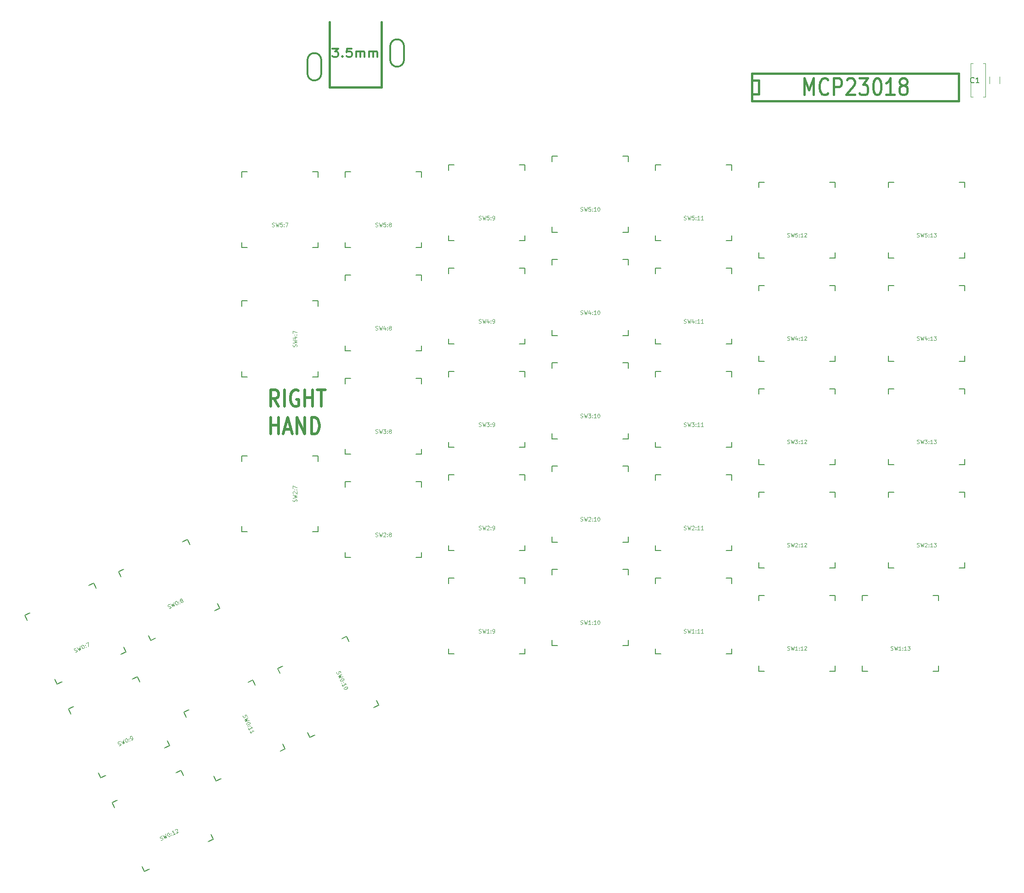
<source format=gbr>
G04 #@! TF.GenerationSoftware,KiCad,Pcbnew,(5.1.4)-1*
G04 #@! TF.CreationDate,2019-09-12T01:17:16+08:00*
G04 #@! TF.ProjectId,ErgoDoxTW,4572676f-446f-4785-9457-2e6b69636164,rev?*
G04 #@! TF.SameCoordinates,Original*
G04 #@! TF.FileFunction,Legend,Top*
G04 #@! TF.FilePolarity,Positive*
%FSLAX46Y46*%
G04 Gerber Fmt 4.6, Leading zero omitted, Abs format (unit mm)*
G04 Created by KiCad (PCBNEW (5.1.4)-1) date 2019-09-12 01:17:16*
%MOMM*%
%LPD*%
G04 APERTURE LIST*
%ADD10C,0.508000*%
%ADD11C,0.150000*%
%ADD12C,0.381000*%
%ADD13C,0.300000*%
%ADD14C,0.120000*%
%ADD15C,0.100000*%
%ADD16C,0.457200*%
%ADD17C,0.304800*%
G04 APERTURE END LIST*
D10*
X72147490Y-101373577D02*
X71300823Y-99922148D01*
X70696061Y-101373577D02*
X70696061Y-98325577D01*
X71663680Y-98325577D01*
X71905585Y-98470720D01*
X72026538Y-98615862D01*
X72147490Y-98906148D01*
X72147490Y-99341577D01*
X72026538Y-99631862D01*
X71905585Y-99777005D01*
X71663680Y-99922148D01*
X70696061Y-99922148D01*
X73236061Y-101373577D02*
X73236061Y-98325577D01*
X75776061Y-98470720D02*
X75534157Y-98325577D01*
X75171300Y-98325577D01*
X74808442Y-98470720D01*
X74566538Y-98761005D01*
X74445585Y-99051291D01*
X74324633Y-99631862D01*
X74324633Y-100067291D01*
X74445585Y-100647862D01*
X74566538Y-100938148D01*
X74808442Y-101228434D01*
X75171300Y-101373577D01*
X75413204Y-101373577D01*
X75776061Y-101228434D01*
X75897014Y-101083291D01*
X75897014Y-100067291D01*
X75413204Y-100067291D01*
X76985585Y-101373577D02*
X76985585Y-98325577D01*
X76985585Y-99777005D02*
X78437014Y-99777005D01*
X78437014Y-101373577D02*
X78437014Y-98325577D01*
X79283680Y-98325577D02*
X80735109Y-98325577D01*
X80009395Y-101373577D02*
X80009395Y-98325577D01*
X70696061Y-106453577D02*
X70696061Y-103405577D01*
X70696061Y-104857005D02*
X72147490Y-104857005D01*
X72147490Y-106453577D02*
X72147490Y-103405577D01*
X73236061Y-105582720D02*
X74445585Y-105582720D01*
X72994157Y-106453577D02*
X73840823Y-103405577D01*
X74687490Y-106453577D01*
X75534157Y-106453577D02*
X75534157Y-103405577D01*
X76985585Y-106453577D01*
X76985585Y-103405577D01*
X78195109Y-106453577D02*
X78195109Y-103405577D01*
X78799871Y-103405577D01*
X79162728Y-103550720D01*
X79404633Y-103841005D01*
X79525585Y-104131291D01*
X79646538Y-104711862D01*
X79646538Y-105147291D01*
X79525585Y-105727862D01*
X79404633Y-106018148D01*
X79162728Y-106308434D01*
X78799871Y-106453577D01*
X78195109Y-106453577D01*
D11*
X198520000Y-98103000D02*
X198520000Y-99103000D01*
X197520000Y-98103000D02*
X198520000Y-98103000D01*
X198520000Y-112103000D02*
X197520000Y-112103000D01*
X198520000Y-111103000D02*
X198520000Y-112103000D01*
X184520000Y-112103000D02*
X184520000Y-111103000D01*
X185520000Y-112103000D02*
X184520000Y-112103000D01*
X184520000Y-98103000D02*
X185520000Y-98103000D01*
X184520000Y-99103000D02*
X184520000Y-98103000D01*
X198520000Y-79052700D02*
X198520000Y-80052700D01*
X197520000Y-79052700D02*
X198520000Y-79052700D01*
X198520000Y-93052700D02*
X197520000Y-93052700D01*
X198520000Y-92052700D02*
X198520000Y-93052700D01*
X184520000Y-93052700D02*
X184520000Y-92052700D01*
X185520000Y-93052700D02*
X184520000Y-93052700D01*
X184520000Y-79052700D02*
X185520000Y-79052700D01*
X184520000Y-80052700D02*
X184520000Y-79052700D01*
X198520000Y-117153000D02*
X198520000Y-118153000D01*
X197520000Y-117153000D02*
X198520000Y-117153000D01*
X198520000Y-131153000D02*
X197520000Y-131153000D01*
X198520000Y-130153000D02*
X198520000Y-131153000D01*
X184520000Y-131153000D02*
X184520000Y-130153000D01*
X185520000Y-131153000D02*
X184520000Y-131153000D01*
X184520000Y-117153000D02*
X185520000Y-117153000D01*
X184520000Y-118153000D02*
X184520000Y-117153000D01*
X198520000Y-60005200D02*
X198520000Y-61005200D01*
X197520000Y-60005200D02*
X198520000Y-60005200D01*
X198520000Y-74005200D02*
X197520000Y-74005200D01*
X198520000Y-73005200D02*
X198520000Y-74005200D01*
X184520000Y-74005200D02*
X184520000Y-73005200D01*
X185520000Y-74005200D02*
X184520000Y-74005200D01*
X184520000Y-60005200D02*
X185520000Y-60005200D01*
X184520000Y-61005200D02*
X184520000Y-60005200D01*
X55349127Y-125916518D02*
X55771745Y-126822825D01*
X54442819Y-126339136D02*
X55349127Y-125916518D01*
X61265782Y-138604827D02*
X60359475Y-139027445D01*
X60843164Y-137698519D02*
X61265782Y-138604827D01*
X48577473Y-144521482D02*
X48154855Y-143615175D01*
X49483781Y-144098864D02*
X48577473Y-144521482D01*
X42660818Y-131833173D02*
X43567125Y-131410555D01*
X43083436Y-132739481D02*
X42660818Y-131833173D01*
X98440000Y-115248000D02*
X98440000Y-116248000D01*
X97440000Y-115248000D02*
X98440000Y-115248000D01*
X98440000Y-129248000D02*
X97440000Y-129248000D01*
X98440000Y-128248000D02*
X98440000Y-129248000D01*
X84440000Y-129248000D02*
X84440000Y-128248000D01*
X85440000Y-129248000D02*
X84440000Y-129248000D01*
X84440000Y-115248000D02*
X85440000Y-115248000D01*
X84440000Y-116248000D02*
X84440000Y-115248000D01*
X136540000Y-55230000D02*
X136540000Y-56230000D01*
X135540000Y-55230000D02*
X136540000Y-55230000D01*
X136540000Y-69230000D02*
X135540000Y-69230000D01*
X136540000Y-68230000D02*
X136540000Y-69230000D01*
X122540000Y-69230000D02*
X122540000Y-68230000D01*
X123540000Y-69230000D02*
X122540000Y-69230000D01*
X122540000Y-55230000D02*
X123540000Y-55230000D01*
X122540000Y-56230000D02*
X122540000Y-55230000D01*
X98440000Y-58100200D02*
X98440000Y-59100200D01*
X97440000Y-58100200D02*
X98440000Y-58100200D01*
X98440000Y-72100200D02*
X97440000Y-72100200D01*
X98440000Y-71100200D02*
X98440000Y-72100200D01*
X84440000Y-72100200D02*
X84440000Y-71100200D01*
X85440000Y-72100200D02*
X84440000Y-72100200D01*
X84440000Y-58100200D02*
X85440000Y-58100200D01*
X84440000Y-59100200D02*
X84440000Y-58100200D01*
X117490000Y-75877700D02*
X117490000Y-76877700D01*
X116490000Y-75877700D02*
X117490000Y-75877700D01*
X117490000Y-89877700D02*
X116490000Y-89877700D01*
X117490000Y-88877700D02*
X117490000Y-89877700D01*
X103490000Y-89877700D02*
X103490000Y-88877700D01*
X104490000Y-89877700D02*
X103490000Y-89877700D01*
X103490000Y-75877700D02*
X104490000Y-75877700D01*
X103490000Y-76877700D02*
X103490000Y-75877700D01*
X136540000Y-74280000D02*
X136540000Y-75280000D01*
X135540000Y-74280000D02*
X136540000Y-74280000D01*
X136540000Y-88280000D02*
X135540000Y-88280000D01*
X136540000Y-87280000D02*
X136540000Y-88280000D01*
X122540000Y-88280000D02*
X122540000Y-87280000D01*
X123540000Y-88280000D02*
X122540000Y-88280000D01*
X122540000Y-74280000D02*
X123540000Y-74280000D01*
X122540000Y-75280000D02*
X122540000Y-74280000D01*
X98440000Y-77147700D02*
X98440000Y-78147700D01*
X97440000Y-77147700D02*
X98440000Y-77147700D01*
X98440000Y-91147700D02*
X97440000Y-91147700D01*
X98440000Y-90147700D02*
X98440000Y-91147700D01*
X84440000Y-91147700D02*
X84440000Y-90147700D01*
X85440000Y-91147700D02*
X84440000Y-91147700D01*
X84440000Y-77147700D02*
X85440000Y-77147700D01*
X84440000Y-78147700D02*
X84440000Y-77147700D01*
X65390000Y-81910200D02*
X66390000Y-81910200D01*
X65390000Y-82910200D02*
X65390000Y-81910200D01*
X79390000Y-81910200D02*
X79390000Y-82910200D01*
X78390000Y-81910200D02*
X79390000Y-81910200D01*
X79390000Y-95910200D02*
X78390000Y-95910200D01*
X79390000Y-94910200D02*
X79390000Y-95910200D01*
X65390000Y-95910200D02*
X65390000Y-94910200D01*
X66390000Y-95910200D02*
X65390000Y-95910200D01*
X117490000Y-56827700D02*
X117490000Y-57827700D01*
X116490000Y-56827700D02*
X117490000Y-56827700D01*
X117490000Y-70827700D02*
X116490000Y-70827700D01*
X117490000Y-69827700D02*
X117490000Y-70827700D01*
X103490000Y-70827700D02*
X103490000Y-69827700D01*
X104490000Y-70827700D02*
X103490000Y-70827700D01*
X103490000Y-56827700D02*
X104490000Y-56827700D01*
X103490000Y-57827700D02*
X103490000Y-56827700D01*
X174640000Y-60005200D02*
X174640000Y-61005200D01*
X173640000Y-60005200D02*
X174640000Y-60005200D01*
X174640000Y-74005200D02*
X173640000Y-74005200D01*
X174640000Y-73005200D02*
X174640000Y-74005200D01*
X160640000Y-74005200D02*
X160640000Y-73005200D01*
X161640000Y-74005200D02*
X160640000Y-74005200D01*
X160640000Y-60005200D02*
X161640000Y-60005200D01*
X160640000Y-61005200D02*
X160640000Y-60005200D01*
X155590000Y-56827700D02*
X155590000Y-57827700D01*
X154590000Y-56827700D02*
X155590000Y-56827700D01*
X155590000Y-70827700D02*
X154590000Y-70827700D01*
X155590000Y-69827700D02*
X155590000Y-70827700D01*
X141590000Y-70827700D02*
X141590000Y-69827700D01*
X142590000Y-70827700D02*
X141590000Y-70827700D01*
X141590000Y-56827700D02*
X142590000Y-56827700D01*
X141590000Y-57827700D02*
X141590000Y-56827700D01*
X174640000Y-79052700D02*
X174640000Y-80052700D01*
X173640000Y-79052700D02*
X174640000Y-79052700D01*
X174640000Y-93052700D02*
X173640000Y-93052700D01*
X174640000Y-92052700D02*
X174640000Y-93052700D01*
X160640000Y-93052700D02*
X160640000Y-92052700D01*
X161640000Y-93052700D02*
X160640000Y-93052700D01*
X160640000Y-79052700D02*
X161640000Y-79052700D01*
X160640000Y-80052700D02*
X160640000Y-79052700D01*
X155590000Y-75877700D02*
X155590000Y-76877700D01*
X154590000Y-75877700D02*
X155590000Y-75877700D01*
X155590000Y-89877700D02*
X154590000Y-89877700D01*
X155590000Y-88877700D02*
X155590000Y-89877700D01*
X141590000Y-89877700D02*
X141590000Y-88877700D01*
X142590000Y-89877700D02*
X141590000Y-89877700D01*
X141590000Y-75877700D02*
X142590000Y-75877700D01*
X141590000Y-76877700D02*
X141590000Y-75877700D01*
X174640000Y-98103000D02*
X174640000Y-99103000D01*
X173640000Y-98103000D02*
X174640000Y-98103000D01*
X174640000Y-112103000D02*
X173640000Y-112103000D01*
X174640000Y-111103000D02*
X174640000Y-112103000D01*
X160640000Y-112103000D02*
X160640000Y-111103000D01*
X161640000Y-112103000D02*
X160640000Y-112103000D01*
X160640000Y-98103000D02*
X161640000Y-98103000D01*
X160640000Y-99103000D02*
X160640000Y-98103000D01*
X155590000Y-94928000D02*
X155590000Y-95928000D01*
X154590000Y-94928000D02*
X155590000Y-94928000D01*
X155590000Y-108928000D02*
X154590000Y-108928000D01*
X155590000Y-107928000D02*
X155590000Y-108928000D01*
X141590000Y-108928000D02*
X141590000Y-107928000D01*
X142590000Y-108928000D02*
X141590000Y-108928000D01*
X141590000Y-94928000D02*
X142590000Y-94928000D01*
X141590000Y-95928000D02*
X141590000Y-94928000D01*
X136540000Y-93330000D02*
X136540000Y-94330000D01*
X135540000Y-93330000D02*
X136540000Y-93330000D01*
X136540000Y-107330000D02*
X135540000Y-107330000D01*
X136540000Y-106330000D02*
X136540000Y-107330000D01*
X122540000Y-107330000D02*
X122540000Y-106330000D01*
X123540000Y-107330000D02*
X122540000Y-107330000D01*
X122540000Y-93330000D02*
X123540000Y-93330000D01*
X122540000Y-94330000D02*
X122540000Y-93330000D01*
X117490000Y-94928000D02*
X117490000Y-95928000D01*
X116490000Y-94928000D02*
X117490000Y-94928000D01*
X117490000Y-108928000D02*
X116490000Y-108928000D01*
X117490000Y-107928000D02*
X117490000Y-108928000D01*
X103490000Y-108928000D02*
X103490000Y-107928000D01*
X104490000Y-108928000D02*
X103490000Y-108928000D01*
X103490000Y-94928000D02*
X104490000Y-94928000D01*
X103490000Y-95928000D02*
X103490000Y-94928000D01*
X98440000Y-96198000D02*
X98440000Y-97198000D01*
X97440000Y-96198000D02*
X98440000Y-96198000D01*
X98440000Y-110198000D02*
X97440000Y-110198000D01*
X98440000Y-109198000D02*
X98440000Y-110198000D01*
X84440000Y-110198000D02*
X84440000Y-109198000D01*
X85440000Y-110198000D02*
X84440000Y-110198000D01*
X84440000Y-96198000D02*
X85440000Y-96198000D01*
X84440000Y-97198000D02*
X84440000Y-96198000D01*
X174640000Y-117153000D02*
X174640000Y-118153000D01*
X173640000Y-117153000D02*
X174640000Y-117153000D01*
X174640000Y-131153000D02*
X173640000Y-131153000D01*
X174640000Y-130153000D02*
X174640000Y-131153000D01*
X160640000Y-131153000D02*
X160640000Y-130153000D01*
X161640000Y-131153000D02*
X160640000Y-131153000D01*
X160640000Y-117153000D02*
X161640000Y-117153000D01*
X160640000Y-118153000D02*
X160640000Y-117153000D01*
X155590000Y-113978000D02*
X155590000Y-114978000D01*
X154590000Y-113978000D02*
X155590000Y-113978000D01*
X155590000Y-127978000D02*
X154590000Y-127978000D01*
X155590000Y-126978000D02*
X155590000Y-127978000D01*
X141590000Y-127978000D02*
X141590000Y-126978000D01*
X142590000Y-127978000D02*
X141590000Y-127978000D01*
X141590000Y-113978000D02*
X142590000Y-113978000D01*
X141590000Y-114978000D02*
X141590000Y-113978000D01*
X136540000Y-112380000D02*
X136540000Y-113380000D01*
X135540000Y-112380000D02*
X136540000Y-112380000D01*
X136540000Y-126380000D02*
X135540000Y-126380000D01*
X136540000Y-125380000D02*
X136540000Y-126380000D01*
X122540000Y-126380000D02*
X122540000Y-125380000D01*
X123540000Y-126380000D02*
X122540000Y-126380000D01*
X122540000Y-112380000D02*
X123540000Y-112380000D01*
X122540000Y-113380000D02*
X122540000Y-112380000D01*
X117490000Y-113978000D02*
X117490000Y-114978000D01*
X116490000Y-113978000D02*
X117490000Y-113978000D01*
X117490000Y-127978000D02*
X116490000Y-127978000D01*
X117490000Y-126978000D02*
X117490000Y-127978000D01*
X103490000Y-127978000D02*
X103490000Y-126978000D01*
X104490000Y-127978000D02*
X103490000Y-127978000D01*
X103490000Y-113978000D02*
X104490000Y-113978000D01*
X103490000Y-114978000D02*
X103490000Y-113978000D01*
X65390000Y-110485000D02*
X66390000Y-110485000D01*
X65390000Y-111485000D02*
X65390000Y-110485000D01*
X79390000Y-110485000D02*
X79390000Y-111485000D01*
X78390000Y-110485000D02*
X79390000Y-110485000D01*
X79390000Y-124485000D02*
X78390000Y-124485000D01*
X79390000Y-123485000D02*
X79390000Y-124485000D01*
X65390000Y-124485000D02*
X65390000Y-123485000D01*
X66390000Y-124485000D02*
X65390000Y-124485000D01*
X193690000Y-136203000D02*
X193690000Y-137203000D01*
X192690000Y-136203000D02*
X193690000Y-136203000D01*
X193690000Y-150203000D02*
X192690000Y-150203000D01*
X193690000Y-149203000D02*
X193690000Y-150203000D01*
X179690000Y-150203000D02*
X179690000Y-149203000D01*
X180690000Y-150203000D02*
X179690000Y-150203000D01*
X179690000Y-136203000D02*
X180690000Y-136203000D01*
X179690000Y-137203000D02*
X179690000Y-136203000D01*
X174640000Y-136203000D02*
X174640000Y-137203000D01*
X173640000Y-136203000D02*
X174640000Y-136203000D01*
X174640000Y-150203000D02*
X173640000Y-150203000D01*
X174640000Y-149203000D02*
X174640000Y-150203000D01*
X160640000Y-150203000D02*
X160640000Y-149203000D01*
X161640000Y-150203000D02*
X160640000Y-150203000D01*
X160640000Y-136203000D02*
X161640000Y-136203000D01*
X160640000Y-137203000D02*
X160640000Y-136203000D01*
X155590000Y-133028000D02*
X155590000Y-134028000D01*
X154590000Y-133028000D02*
X155590000Y-133028000D01*
X155590000Y-147028000D02*
X154590000Y-147028000D01*
X155590000Y-146028000D02*
X155590000Y-147028000D01*
X141590000Y-147028000D02*
X141590000Y-146028000D01*
X142590000Y-147028000D02*
X141590000Y-147028000D01*
X141590000Y-133028000D02*
X142590000Y-133028000D01*
X141590000Y-134028000D02*
X141590000Y-133028000D01*
X136540000Y-131430000D02*
X136540000Y-132430000D01*
X135540000Y-131430000D02*
X136540000Y-131430000D01*
X136540000Y-145430000D02*
X135540000Y-145430000D01*
X136540000Y-144430000D02*
X136540000Y-145430000D01*
X122540000Y-145430000D02*
X122540000Y-144430000D01*
X123540000Y-145430000D02*
X122540000Y-145430000D01*
X122540000Y-131430000D02*
X123540000Y-131430000D01*
X122540000Y-132430000D02*
X122540000Y-131430000D01*
X117490000Y-133028000D02*
X117490000Y-134028000D01*
X116490000Y-133028000D02*
X117490000Y-133028000D01*
X117490000Y-147028000D02*
X116490000Y-147028000D01*
X117490000Y-146028000D02*
X117490000Y-147028000D01*
X103490000Y-147028000D02*
X103490000Y-146028000D01*
X104490000Y-147028000D02*
X103490000Y-147028000D01*
X103490000Y-133028000D02*
X104490000Y-133028000D01*
X103490000Y-134028000D02*
X103490000Y-133028000D01*
X54185827Y-168497518D02*
X54608445Y-169403825D01*
X53279519Y-168920136D02*
X54185827Y-168497518D01*
X60102482Y-181185827D02*
X59196175Y-181608445D01*
X59679864Y-180279519D02*
X60102482Y-181185827D01*
X47414173Y-187102482D02*
X46991555Y-186196175D01*
X48320481Y-186679864D02*
X47414173Y-187102482D01*
X41497518Y-174414173D02*
X42403825Y-173991555D01*
X41920136Y-175320481D02*
X41497518Y-174414173D01*
X54736018Y-157731173D02*
X55642325Y-157308555D01*
X55158636Y-158637481D02*
X54736018Y-157731173D01*
X67424327Y-151814518D02*
X67846945Y-152720825D01*
X66518019Y-152237136D02*
X67424327Y-151814518D01*
X73340982Y-164502827D02*
X72434675Y-164925445D01*
X72918364Y-163596519D02*
X73340982Y-164502827D01*
X60652673Y-170419482D02*
X60230055Y-169513175D01*
X61558981Y-169996864D02*
X60652673Y-170419482D01*
X72000418Y-149679173D02*
X72906725Y-149256555D01*
X72423036Y-150585481D02*
X72000418Y-149679173D01*
X84688727Y-143762518D02*
X85111345Y-144668825D01*
X83782419Y-144185136D02*
X84688727Y-143762518D01*
X90605382Y-156450827D02*
X89699075Y-156873445D01*
X90182764Y-155544519D02*
X90605382Y-156450827D01*
X77917073Y-162367482D02*
X77494455Y-161461175D01*
X78823381Y-161944864D02*
X77917073Y-162367482D01*
X46134027Y-151230518D02*
X46556645Y-152136825D01*
X45227719Y-151653136D02*
X46134027Y-151230518D01*
X52050682Y-163918827D02*
X51144375Y-164341445D01*
X51628064Y-163012519D02*
X52050682Y-163918827D01*
X39362373Y-169835482D02*
X38939755Y-168929175D01*
X40268681Y-169412864D02*
X39362373Y-169835482D01*
X33445718Y-157147173D02*
X34352025Y-156724555D01*
X33868336Y-158053481D02*
X33445718Y-157147173D01*
X38084727Y-133966518D02*
X38507345Y-134872825D01*
X37178419Y-134389136D02*
X38084727Y-133966518D01*
X44001382Y-146654827D02*
X43095075Y-147077445D01*
X43578764Y-145748519D02*
X44001382Y-146654827D01*
X31313073Y-152571482D02*
X30890455Y-151665175D01*
X32219381Y-152148864D02*
X31313073Y-152571482D01*
X25396418Y-139883173D02*
X26302725Y-139460555D01*
X25819036Y-140789481D02*
X25396418Y-139883173D01*
X79390000Y-58100200D02*
X79390000Y-59100200D01*
X78390000Y-58100200D02*
X79390000Y-58100200D01*
X79390000Y-72100200D02*
X78390000Y-72100200D01*
X79390000Y-71100200D02*
X79390000Y-72100200D01*
X65390000Y-72100200D02*
X65390000Y-71100200D01*
X66390000Y-72100200D02*
X65390000Y-72100200D01*
X65390000Y-58100200D02*
X66390000Y-58100200D01*
X65390000Y-59100200D02*
X65390000Y-58100200D01*
D12*
X160640000Y-43790000D02*
X159370000Y-43790000D01*
X160640000Y-41250000D02*
X160640000Y-43790000D01*
X159370000Y-41250000D02*
X160640000Y-41250000D01*
X159370000Y-45060000D02*
X159370000Y-39980000D01*
X197470000Y-45060000D02*
X159370000Y-45060000D01*
X197470000Y-39980000D02*
X197470000Y-45060000D01*
X159370000Y-39980000D02*
X197470000Y-39980000D01*
X81508600Y-42545000D02*
X81508600Y-30480000D01*
X91109800Y-42545000D02*
X81508600Y-42545000D01*
X91109800Y-30480000D02*
X91109800Y-42545000D01*
D13*
X95250000Y-37465000D02*
G75*
G02X93980000Y-38735000I-1270000J0D01*
G01*
X93980000Y-38735000D02*
G75*
G02X92710000Y-37465000I0J1270000D01*
G01*
X93980000Y-33655000D02*
G75*
G02X95250000Y-34925000I0J-1270000D01*
G01*
X92710000Y-34925000D02*
G75*
G02X93980000Y-33655000I1270000J0D01*
G01*
X95250000Y-37465000D02*
X95250000Y-34925000D01*
X92710000Y-37465000D02*
X92710000Y-34925000D01*
X80010000Y-40005000D02*
X80010000Y-37465000D01*
X77470000Y-40005000D02*
G75*
G03X78740000Y-41275000I1270000J0D01*
G01*
X78740000Y-41275000D02*
G75*
G03X80010000Y-40005000I0J1270000D01*
G01*
X78740000Y-36195000D02*
G75*
G03X77470000Y-37465000I0J-1270000D01*
G01*
X80010000Y-37465000D02*
G75*
G03X78740000Y-36195000I-1270000J0D01*
G01*
X77470000Y-40005000D02*
X77470000Y-37465000D01*
D14*
X201927900Y-38089600D02*
X202372900Y-38089600D01*
X199632900Y-38089600D02*
X200077900Y-38089600D01*
X201927900Y-44329600D02*
X202372900Y-44329600D01*
X199632900Y-44329600D02*
X200077900Y-44329600D01*
X202372900Y-44329600D02*
X202372900Y-38089600D01*
X199632900Y-44329600D02*
X199632900Y-38089600D01*
X204960900Y-41803864D02*
X204960900Y-40599736D01*
X203140900Y-41803864D02*
X203140900Y-40599736D01*
D15*
X189753333Y-108180333D02*
X189853333Y-108213666D01*
X190020000Y-108213666D01*
X190086666Y-108180333D01*
X190120000Y-108147000D01*
X190153333Y-108080333D01*
X190153333Y-108013666D01*
X190120000Y-107947000D01*
X190086666Y-107913666D01*
X190020000Y-107880333D01*
X189886666Y-107847000D01*
X189820000Y-107813666D01*
X189786666Y-107780333D01*
X189753333Y-107713666D01*
X189753333Y-107647000D01*
X189786666Y-107580333D01*
X189820000Y-107547000D01*
X189886666Y-107513666D01*
X190053333Y-107513666D01*
X190153333Y-107547000D01*
X190386666Y-107513666D02*
X190553333Y-108213666D01*
X190686666Y-107713666D01*
X190820000Y-108213666D01*
X190986666Y-107513666D01*
X191186666Y-107513666D02*
X191620000Y-107513666D01*
X191386666Y-107780333D01*
X191486666Y-107780333D01*
X191553333Y-107813666D01*
X191586666Y-107847000D01*
X191620000Y-107913666D01*
X191620000Y-108080333D01*
X191586666Y-108147000D01*
X191553333Y-108180333D01*
X191486666Y-108213666D01*
X191286666Y-108213666D01*
X191220000Y-108180333D01*
X191186666Y-108147000D01*
X191920000Y-108147000D02*
X191953333Y-108180333D01*
X191920000Y-108213666D01*
X191886666Y-108180333D01*
X191920000Y-108147000D01*
X191920000Y-108213666D01*
X191920000Y-107780333D02*
X191953333Y-107813666D01*
X191920000Y-107847000D01*
X191886666Y-107813666D01*
X191920000Y-107780333D01*
X191920000Y-107847000D01*
X192620000Y-108213666D02*
X192220000Y-108213666D01*
X192420000Y-108213666D02*
X192420000Y-107513666D01*
X192353333Y-107613666D01*
X192286666Y-107680333D01*
X192220000Y-107713666D01*
X192853333Y-107513666D02*
X193286666Y-107513666D01*
X193053333Y-107780333D01*
X193153333Y-107780333D01*
X193220000Y-107813666D01*
X193253333Y-107847000D01*
X193286666Y-107913666D01*
X193286666Y-108080333D01*
X193253333Y-108147000D01*
X193220000Y-108180333D01*
X193153333Y-108213666D01*
X192953333Y-108213666D01*
X192886666Y-108180333D01*
X192853333Y-108147000D01*
X189753333Y-89130033D02*
X189853333Y-89163366D01*
X190020000Y-89163366D01*
X190086666Y-89130033D01*
X190120000Y-89096700D01*
X190153333Y-89030033D01*
X190153333Y-88963366D01*
X190120000Y-88896700D01*
X190086666Y-88863366D01*
X190020000Y-88830033D01*
X189886666Y-88796700D01*
X189820000Y-88763366D01*
X189786666Y-88730033D01*
X189753333Y-88663366D01*
X189753333Y-88596700D01*
X189786666Y-88530033D01*
X189820000Y-88496700D01*
X189886666Y-88463366D01*
X190053333Y-88463366D01*
X190153333Y-88496700D01*
X190386666Y-88463366D02*
X190553333Y-89163366D01*
X190686666Y-88663366D01*
X190820000Y-89163366D01*
X190986666Y-88463366D01*
X191553333Y-88696700D02*
X191553333Y-89163366D01*
X191386666Y-88430033D02*
X191220000Y-88930033D01*
X191653333Y-88930033D01*
X191920000Y-89096700D02*
X191953333Y-89130033D01*
X191920000Y-89163366D01*
X191886666Y-89130033D01*
X191920000Y-89096700D01*
X191920000Y-89163366D01*
X191920000Y-88730033D02*
X191953333Y-88763366D01*
X191920000Y-88796700D01*
X191886666Y-88763366D01*
X191920000Y-88730033D01*
X191920000Y-88796700D01*
X192620000Y-89163366D02*
X192220000Y-89163366D01*
X192420000Y-89163366D02*
X192420000Y-88463366D01*
X192353333Y-88563366D01*
X192286666Y-88630033D01*
X192220000Y-88663366D01*
X192853333Y-88463366D02*
X193286666Y-88463366D01*
X193053333Y-88730033D01*
X193153333Y-88730033D01*
X193220000Y-88763366D01*
X193253333Y-88796700D01*
X193286666Y-88863366D01*
X193286666Y-89030033D01*
X193253333Y-89096700D01*
X193220000Y-89130033D01*
X193153333Y-89163366D01*
X192953333Y-89163366D01*
X192886666Y-89130033D01*
X192853333Y-89096700D01*
X189753333Y-127230333D02*
X189853333Y-127263666D01*
X190020000Y-127263666D01*
X190086666Y-127230333D01*
X190120000Y-127197000D01*
X190153333Y-127130333D01*
X190153333Y-127063666D01*
X190120000Y-126997000D01*
X190086666Y-126963666D01*
X190020000Y-126930333D01*
X189886666Y-126897000D01*
X189820000Y-126863666D01*
X189786666Y-126830333D01*
X189753333Y-126763666D01*
X189753333Y-126697000D01*
X189786666Y-126630333D01*
X189820000Y-126597000D01*
X189886666Y-126563666D01*
X190053333Y-126563666D01*
X190153333Y-126597000D01*
X190386666Y-126563666D02*
X190553333Y-127263666D01*
X190686666Y-126763666D01*
X190820000Y-127263666D01*
X190986666Y-126563666D01*
X191220000Y-126630333D02*
X191253333Y-126597000D01*
X191320000Y-126563666D01*
X191486666Y-126563666D01*
X191553333Y-126597000D01*
X191586666Y-126630333D01*
X191620000Y-126697000D01*
X191620000Y-126763666D01*
X191586666Y-126863666D01*
X191186666Y-127263666D01*
X191620000Y-127263666D01*
X191920000Y-127197000D02*
X191953333Y-127230333D01*
X191920000Y-127263666D01*
X191886666Y-127230333D01*
X191920000Y-127197000D01*
X191920000Y-127263666D01*
X191920000Y-126830333D02*
X191953333Y-126863666D01*
X191920000Y-126897000D01*
X191886666Y-126863666D01*
X191920000Y-126830333D01*
X191920000Y-126897000D01*
X192620000Y-127263666D02*
X192220000Y-127263666D01*
X192420000Y-127263666D02*
X192420000Y-126563666D01*
X192353333Y-126663666D01*
X192286666Y-126730333D01*
X192220000Y-126763666D01*
X192853333Y-126563666D02*
X193286666Y-126563666D01*
X193053333Y-126830333D01*
X193153333Y-126830333D01*
X193220000Y-126863666D01*
X193253333Y-126897000D01*
X193286666Y-126963666D01*
X193286666Y-127130333D01*
X193253333Y-127197000D01*
X193220000Y-127230333D01*
X193153333Y-127263666D01*
X192953333Y-127263666D01*
X192886666Y-127230333D01*
X192853333Y-127197000D01*
X189753333Y-70082533D02*
X189853333Y-70115866D01*
X190020000Y-70115866D01*
X190086666Y-70082533D01*
X190120000Y-70049200D01*
X190153333Y-69982533D01*
X190153333Y-69915866D01*
X190120000Y-69849200D01*
X190086666Y-69815866D01*
X190020000Y-69782533D01*
X189886666Y-69749200D01*
X189820000Y-69715866D01*
X189786666Y-69682533D01*
X189753333Y-69615866D01*
X189753333Y-69549200D01*
X189786666Y-69482533D01*
X189820000Y-69449200D01*
X189886666Y-69415866D01*
X190053333Y-69415866D01*
X190153333Y-69449200D01*
X190386666Y-69415866D02*
X190553333Y-70115866D01*
X190686666Y-69615866D01*
X190820000Y-70115866D01*
X190986666Y-69415866D01*
X191586666Y-69415866D02*
X191253333Y-69415866D01*
X191220000Y-69749200D01*
X191253333Y-69715866D01*
X191320000Y-69682533D01*
X191486666Y-69682533D01*
X191553333Y-69715866D01*
X191586666Y-69749200D01*
X191620000Y-69815866D01*
X191620000Y-69982533D01*
X191586666Y-70049200D01*
X191553333Y-70082533D01*
X191486666Y-70115866D01*
X191320000Y-70115866D01*
X191253333Y-70082533D01*
X191220000Y-70049200D01*
X191920000Y-70049200D02*
X191953333Y-70082533D01*
X191920000Y-70115866D01*
X191886666Y-70082533D01*
X191920000Y-70049200D01*
X191920000Y-70115866D01*
X191920000Y-69682533D02*
X191953333Y-69715866D01*
X191920000Y-69749200D01*
X191886666Y-69715866D01*
X191920000Y-69682533D01*
X191920000Y-69749200D01*
X192620000Y-70115866D02*
X192220000Y-70115866D01*
X192420000Y-70115866D02*
X192420000Y-69415866D01*
X192353333Y-69515866D01*
X192286666Y-69582533D01*
X192220000Y-69615866D01*
X192853333Y-69415866D02*
X193286666Y-69415866D01*
X193053333Y-69682533D01*
X193153333Y-69682533D01*
X193220000Y-69715866D01*
X193253333Y-69749200D01*
X193286666Y-69815866D01*
X193286666Y-69982533D01*
X193253333Y-70049200D01*
X193220000Y-70082533D01*
X193153333Y-70115866D01*
X192953333Y-70115866D01*
X192886666Y-70082533D01*
X192853333Y-70049200D01*
X51964795Y-138613764D02*
X52069513Y-138601712D01*
X52220565Y-138531276D01*
X52266898Y-138472891D01*
X52283021Y-138428593D01*
X52285056Y-138354085D01*
X52256882Y-138293665D01*
X52198497Y-138247332D01*
X52154200Y-138231209D01*
X52079692Y-138229173D01*
X51944763Y-138255312D01*
X51870256Y-138253276D01*
X51825958Y-138237153D01*
X51767573Y-138190820D01*
X51739399Y-138130399D01*
X51741434Y-138055892D01*
X51757557Y-138011594D01*
X51803891Y-137953209D01*
X51954942Y-137882773D01*
X52059660Y-137870721D01*
X52257045Y-137741900D02*
X52703929Y-138305879D01*
X52613461Y-137796376D01*
X52945611Y-138193181D01*
X52800829Y-137488329D01*
X53163352Y-137319282D02*
X53223773Y-137291107D01*
X53298281Y-137293143D01*
X53342578Y-137309266D01*
X53400963Y-137355599D01*
X53487522Y-137462353D01*
X53557959Y-137613404D01*
X53584098Y-137748333D01*
X53582062Y-137822840D01*
X53565939Y-137867138D01*
X53519606Y-137925523D01*
X53459185Y-137953697D01*
X53384677Y-137951662D01*
X53340380Y-137935539D01*
X53281995Y-137889205D01*
X53195436Y-137782452D01*
X53124999Y-137631400D01*
X53098860Y-137496472D01*
X53100896Y-137421964D01*
X53117019Y-137377667D01*
X53163352Y-137319282D01*
X53914375Y-137667880D02*
X53958672Y-137684003D01*
X53942549Y-137728301D01*
X53898252Y-137712178D01*
X53914375Y-137667880D01*
X53942549Y-137728301D01*
X53759415Y-137335568D02*
X53803712Y-137351691D01*
X53787589Y-137395988D01*
X53743292Y-137379865D01*
X53759415Y-137335568D01*
X53787589Y-137395988D01*
X54166235Y-137182643D02*
X54091728Y-137180608D01*
X54047430Y-137164485D01*
X53989045Y-137118151D01*
X53974958Y-137087941D01*
X53976994Y-137013433D01*
X53993117Y-136969136D01*
X54039450Y-136910751D01*
X54160291Y-136854402D01*
X54234799Y-136856437D01*
X54279096Y-136872560D01*
X54337481Y-136918894D01*
X54351568Y-136949104D01*
X54349533Y-137023612D01*
X54333410Y-137067909D01*
X54287076Y-137126294D01*
X54166235Y-137182643D01*
X54119902Y-137241028D01*
X54103779Y-137285326D01*
X54101743Y-137359833D01*
X54158093Y-137480674D01*
X54216477Y-137527008D01*
X54260775Y-137543131D01*
X54335283Y-137545166D01*
X54456124Y-137488817D01*
X54502457Y-137430432D01*
X54518580Y-137386135D01*
X54520616Y-137311627D01*
X54464267Y-137190786D01*
X54405882Y-137144453D01*
X54361584Y-137128330D01*
X54287076Y-137126294D01*
X90006666Y-125325333D02*
X90106666Y-125358666D01*
X90273333Y-125358666D01*
X90340000Y-125325333D01*
X90373333Y-125292000D01*
X90406666Y-125225333D01*
X90406666Y-125158666D01*
X90373333Y-125092000D01*
X90340000Y-125058666D01*
X90273333Y-125025333D01*
X90140000Y-124992000D01*
X90073333Y-124958666D01*
X90040000Y-124925333D01*
X90006666Y-124858666D01*
X90006666Y-124792000D01*
X90040000Y-124725333D01*
X90073333Y-124692000D01*
X90140000Y-124658666D01*
X90306666Y-124658666D01*
X90406666Y-124692000D01*
X90640000Y-124658666D02*
X90806666Y-125358666D01*
X90940000Y-124858666D01*
X91073333Y-125358666D01*
X91240000Y-124658666D01*
X91473333Y-124725333D02*
X91506666Y-124692000D01*
X91573333Y-124658666D01*
X91740000Y-124658666D01*
X91806666Y-124692000D01*
X91840000Y-124725333D01*
X91873333Y-124792000D01*
X91873333Y-124858666D01*
X91840000Y-124958666D01*
X91440000Y-125358666D01*
X91873333Y-125358666D01*
X92173333Y-125292000D02*
X92206666Y-125325333D01*
X92173333Y-125358666D01*
X92140000Y-125325333D01*
X92173333Y-125292000D01*
X92173333Y-125358666D01*
X92173333Y-124925333D02*
X92206666Y-124958666D01*
X92173333Y-124992000D01*
X92140000Y-124958666D01*
X92173333Y-124925333D01*
X92173333Y-124992000D01*
X92606666Y-124958666D02*
X92540000Y-124925333D01*
X92506666Y-124892000D01*
X92473333Y-124825333D01*
X92473333Y-124792000D01*
X92506666Y-124725333D01*
X92540000Y-124692000D01*
X92606666Y-124658666D01*
X92740000Y-124658666D01*
X92806666Y-124692000D01*
X92840000Y-124725333D01*
X92873333Y-124792000D01*
X92873333Y-124825333D01*
X92840000Y-124892000D01*
X92806666Y-124925333D01*
X92740000Y-124958666D01*
X92606666Y-124958666D01*
X92540000Y-124992000D01*
X92506666Y-125025333D01*
X92473333Y-125092000D01*
X92473333Y-125225333D01*
X92506666Y-125292000D01*
X92540000Y-125325333D01*
X92606666Y-125358666D01*
X92740000Y-125358666D01*
X92806666Y-125325333D01*
X92840000Y-125292000D01*
X92873333Y-125225333D01*
X92873333Y-125092000D01*
X92840000Y-125025333D01*
X92806666Y-124992000D01*
X92740000Y-124958666D01*
X127773333Y-65307333D02*
X127873333Y-65340666D01*
X128040000Y-65340666D01*
X128106666Y-65307333D01*
X128140000Y-65274000D01*
X128173333Y-65207333D01*
X128173333Y-65140666D01*
X128140000Y-65074000D01*
X128106666Y-65040666D01*
X128040000Y-65007333D01*
X127906666Y-64974000D01*
X127840000Y-64940666D01*
X127806666Y-64907333D01*
X127773333Y-64840666D01*
X127773333Y-64774000D01*
X127806666Y-64707333D01*
X127840000Y-64674000D01*
X127906666Y-64640666D01*
X128073333Y-64640666D01*
X128173333Y-64674000D01*
X128406666Y-64640666D02*
X128573333Y-65340666D01*
X128706666Y-64840666D01*
X128840000Y-65340666D01*
X129006666Y-64640666D01*
X129606666Y-64640666D02*
X129273333Y-64640666D01*
X129240000Y-64974000D01*
X129273333Y-64940666D01*
X129340000Y-64907333D01*
X129506666Y-64907333D01*
X129573333Y-64940666D01*
X129606666Y-64974000D01*
X129640000Y-65040666D01*
X129640000Y-65207333D01*
X129606666Y-65274000D01*
X129573333Y-65307333D01*
X129506666Y-65340666D01*
X129340000Y-65340666D01*
X129273333Y-65307333D01*
X129240000Y-65274000D01*
X129940000Y-65274000D02*
X129973333Y-65307333D01*
X129940000Y-65340666D01*
X129906666Y-65307333D01*
X129940000Y-65274000D01*
X129940000Y-65340666D01*
X129940000Y-64907333D02*
X129973333Y-64940666D01*
X129940000Y-64974000D01*
X129906666Y-64940666D01*
X129940000Y-64907333D01*
X129940000Y-64974000D01*
X130640000Y-65340666D02*
X130240000Y-65340666D01*
X130440000Y-65340666D02*
X130440000Y-64640666D01*
X130373333Y-64740666D01*
X130306666Y-64807333D01*
X130240000Y-64840666D01*
X131073333Y-64640666D02*
X131140000Y-64640666D01*
X131206666Y-64674000D01*
X131240000Y-64707333D01*
X131273333Y-64774000D01*
X131306666Y-64907333D01*
X131306666Y-65074000D01*
X131273333Y-65207333D01*
X131240000Y-65274000D01*
X131206666Y-65307333D01*
X131140000Y-65340666D01*
X131073333Y-65340666D01*
X131006666Y-65307333D01*
X130973333Y-65274000D01*
X130940000Y-65207333D01*
X130906666Y-65074000D01*
X130906666Y-64907333D01*
X130940000Y-64774000D01*
X130973333Y-64707333D01*
X131006666Y-64674000D01*
X131073333Y-64640666D01*
X90006666Y-68177533D02*
X90106666Y-68210866D01*
X90273333Y-68210866D01*
X90340000Y-68177533D01*
X90373333Y-68144200D01*
X90406666Y-68077533D01*
X90406666Y-68010866D01*
X90373333Y-67944200D01*
X90340000Y-67910866D01*
X90273333Y-67877533D01*
X90140000Y-67844200D01*
X90073333Y-67810866D01*
X90040000Y-67777533D01*
X90006666Y-67710866D01*
X90006666Y-67644200D01*
X90040000Y-67577533D01*
X90073333Y-67544200D01*
X90140000Y-67510866D01*
X90306666Y-67510866D01*
X90406666Y-67544200D01*
X90640000Y-67510866D02*
X90806666Y-68210866D01*
X90940000Y-67710866D01*
X91073333Y-68210866D01*
X91240000Y-67510866D01*
X91840000Y-67510866D02*
X91506666Y-67510866D01*
X91473333Y-67844200D01*
X91506666Y-67810866D01*
X91573333Y-67777533D01*
X91740000Y-67777533D01*
X91806666Y-67810866D01*
X91840000Y-67844200D01*
X91873333Y-67910866D01*
X91873333Y-68077533D01*
X91840000Y-68144200D01*
X91806666Y-68177533D01*
X91740000Y-68210866D01*
X91573333Y-68210866D01*
X91506666Y-68177533D01*
X91473333Y-68144200D01*
X92173333Y-68144200D02*
X92206666Y-68177533D01*
X92173333Y-68210866D01*
X92140000Y-68177533D01*
X92173333Y-68144200D01*
X92173333Y-68210866D01*
X92173333Y-67777533D02*
X92206666Y-67810866D01*
X92173333Y-67844200D01*
X92140000Y-67810866D01*
X92173333Y-67777533D01*
X92173333Y-67844200D01*
X92606666Y-67810866D02*
X92540000Y-67777533D01*
X92506666Y-67744200D01*
X92473333Y-67677533D01*
X92473333Y-67644200D01*
X92506666Y-67577533D01*
X92540000Y-67544200D01*
X92606666Y-67510866D01*
X92740000Y-67510866D01*
X92806666Y-67544200D01*
X92840000Y-67577533D01*
X92873333Y-67644200D01*
X92873333Y-67677533D01*
X92840000Y-67744200D01*
X92806666Y-67777533D01*
X92740000Y-67810866D01*
X92606666Y-67810866D01*
X92540000Y-67844200D01*
X92506666Y-67877533D01*
X92473333Y-67944200D01*
X92473333Y-68077533D01*
X92506666Y-68144200D01*
X92540000Y-68177533D01*
X92606666Y-68210866D01*
X92740000Y-68210866D01*
X92806666Y-68177533D01*
X92840000Y-68144200D01*
X92873333Y-68077533D01*
X92873333Y-67944200D01*
X92840000Y-67877533D01*
X92806666Y-67844200D01*
X92740000Y-67810866D01*
X109056666Y-85955033D02*
X109156666Y-85988366D01*
X109323333Y-85988366D01*
X109390000Y-85955033D01*
X109423333Y-85921700D01*
X109456666Y-85855033D01*
X109456666Y-85788366D01*
X109423333Y-85721700D01*
X109390000Y-85688366D01*
X109323333Y-85655033D01*
X109190000Y-85621700D01*
X109123333Y-85588366D01*
X109090000Y-85555033D01*
X109056666Y-85488366D01*
X109056666Y-85421700D01*
X109090000Y-85355033D01*
X109123333Y-85321700D01*
X109190000Y-85288366D01*
X109356666Y-85288366D01*
X109456666Y-85321700D01*
X109690000Y-85288366D02*
X109856666Y-85988366D01*
X109990000Y-85488366D01*
X110123333Y-85988366D01*
X110290000Y-85288366D01*
X110856666Y-85521700D02*
X110856666Y-85988366D01*
X110690000Y-85255033D02*
X110523333Y-85755033D01*
X110956666Y-85755033D01*
X111223333Y-85921700D02*
X111256666Y-85955033D01*
X111223333Y-85988366D01*
X111190000Y-85955033D01*
X111223333Y-85921700D01*
X111223333Y-85988366D01*
X111223333Y-85555033D02*
X111256666Y-85588366D01*
X111223333Y-85621700D01*
X111190000Y-85588366D01*
X111223333Y-85555033D01*
X111223333Y-85621700D01*
X111590000Y-85988366D02*
X111723333Y-85988366D01*
X111790000Y-85955033D01*
X111823333Y-85921700D01*
X111890000Y-85821700D01*
X111923333Y-85688366D01*
X111923333Y-85421700D01*
X111890000Y-85355033D01*
X111856666Y-85321700D01*
X111790000Y-85288366D01*
X111656666Y-85288366D01*
X111590000Y-85321700D01*
X111556666Y-85355033D01*
X111523333Y-85421700D01*
X111523333Y-85588366D01*
X111556666Y-85655033D01*
X111590000Y-85688366D01*
X111656666Y-85721700D01*
X111790000Y-85721700D01*
X111856666Y-85688366D01*
X111890000Y-85655033D01*
X111923333Y-85588366D01*
X127773333Y-84357333D02*
X127873333Y-84390666D01*
X128040000Y-84390666D01*
X128106666Y-84357333D01*
X128140000Y-84324000D01*
X128173333Y-84257333D01*
X128173333Y-84190666D01*
X128140000Y-84124000D01*
X128106666Y-84090666D01*
X128040000Y-84057333D01*
X127906666Y-84024000D01*
X127840000Y-83990666D01*
X127806666Y-83957333D01*
X127773333Y-83890666D01*
X127773333Y-83824000D01*
X127806666Y-83757333D01*
X127840000Y-83724000D01*
X127906666Y-83690666D01*
X128073333Y-83690666D01*
X128173333Y-83724000D01*
X128406666Y-83690666D02*
X128573333Y-84390666D01*
X128706666Y-83890666D01*
X128840000Y-84390666D01*
X129006666Y-83690666D01*
X129573333Y-83924000D02*
X129573333Y-84390666D01*
X129406666Y-83657333D02*
X129240000Y-84157333D01*
X129673333Y-84157333D01*
X129940000Y-84324000D02*
X129973333Y-84357333D01*
X129940000Y-84390666D01*
X129906666Y-84357333D01*
X129940000Y-84324000D01*
X129940000Y-84390666D01*
X129940000Y-83957333D02*
X129973333Y-83990666D01*
X129940000Y-84024000D01*
X129906666Y-83990666D01*
X129940000Y-83957333D01*
X129940000Y-84024000D01*
X130640000Y-84390666D02*
X130240000Y-84390666D01*
X130440000Y-84390666D02*
X130440000Y-83690666D01*
X130373333Y-83790666D01*
X130306666Y-83857333D01*
X130240000Y-83890666D01*
X131073333Y-83690666D02*
X131140000Y-83690666D01*
X131206666Y-83724000D01*
X131240000Y-83757333D01*
X131273333Y-83824000D01*
X131306666Y-83957333D01*
X131306666Y-84124000D01*
X131273333Y-84257333D01*
X131240000Y-84324000D01*
X131206666Y-84357333D01*
X131140000Y-84390666D01*
X131073333Y-84390666D01*
X131006666Y-84357333D01*
X130973333Y-84324000D01*
X130940000Y-84257333D01*
X130906666Y-84124000D01*
X130906666Y-83957333D01*
X130940000Y-83824000D01*
X130973333Y-83757333D01*
X131006666Y-83724000D01*
X131073333Y-83690666D01*
X90006666Y-87225033D02*
X90106666Y-87258366D01*
X90273333Y-87258366D01*
X90340000Y-87225033D01*
X90373333Y-87191700D01*
X90406666Y-87125033D01*
X90406666Y-87058366D01*
X90373333Y-86991700D01*
X90340000Y-86958366D01*
X90273333Y-86925033D01*
X90140000Y-86891700D01*
X90073333Y-86858366D01*
X90040000Y-86825033D01*
X90006666Y-86758366D01*
X90006666Y-86691700D01*
X90040000Y-86625033D01*
X90073333Y-86591700D01*
X90140000Y-86558366D01*
X90306666Y-86558366D01*
X90406666Y-86591700D01*
X90640000Y-86558366D02*
X90806666Y-87258366D01*
X90940000Y-86758366D01*
X91073333Y-87258366D01*
X91240000Y-86558366D01*
X91806666Y-86791700D02*
X91806666Y-87258366D01*
X91640000Y-86525033D02*
X91473333Y-87025033D01*
X91906666Y-87025033D01*
X92173333Y-87191700D02*
X92206666Y-87225033D01*
X92173333Y-87258366D01*
X92140000Y-87225033D01*
X92173333Y-87191700D01*
X92173333Y-87258366D01*
X92173333Y-86825033D02*
X92206666Y-86858366D01*
X92173333Y-86891700D01*
X92140000Y-86858366D01*
X92173333Y-86825033D01*
X92173333Y-86891700D01*
X92606666Y-86858366D02*
X92540000Y-86825033D01*
X92506666Y-86791700D01*
X92473333Y-86725033D01*
X92473333Y-86691700D01*
X92506666Y-86625033D01*
X92540000Y-86591700D01*
X92606666Y-86558366D01*
X92740000Y-86558366D01*
X92806666Y-86591700D01*
X92840000Y-86625033D01*
X92873333Y-86691700D01*
X92873333Y-86725033D01*
X92840000Y-86791700D01*
X92806666Y-86825033D01*
X92740000Y-86858366D01*
X92606666Y-86858366D01*
X92540000Y-86891700D01*
X92506666Y-86925033D01*
X92473333Y-86991700D01*
X92473333Y-87125033D01*
X92506666Y-87191700D01*
X92540000Y-87225033D01*
X92606666Y-87258366D01*
X92740000Y-87258366D01*
X92806666Y-87225033D01*
X92840000Y-87191700D01*
X92873333Y-87125033D01*
X92873333Y-86991700D01*
X92840000Y-86925033D01*
X92806666Y-86891700D01*
X92740000Y-86858366D01*
X75467333Y-90343533D02*
X75500666Y-90243533D01*
X75500666Y-90076866D01*
X75467333Y-90010200D01*
X75434000Y-89976866D01*
X75367333Y-89943533D01*
X75300666Y-89943533D01*
X75234000Y-89976866D01*
X75200666Y-90010200D01*
X75167333Y-90076866D01*
X75134000Y-90210200D01*
X75100666Y-90276866D01*
X75067333Y-90310200D01*
X75000666Y-90343533D01*
X74934000Y-90343533D01*
X74867333Y-90310200D01*
X74834000Y-90276866D01*
X74800666Y-90210200D01*
X74800666Y-90043533D01*
X74834000Y-89943533D01*
X74800666Y-89710200D02*
X75500666Y-89543533D01*
X75000666Y-89410200D01*
X75500666Y-89276866D01*
X74800666Y-89110200D01*
X75034000Y-88543533D02*
X75500666Y-88543533D01*
X74767333Y-88710200D02*
X75267333Y-88876866D01*
X75267333Y-88443533D01*
X75434000Y-88176866D02*
X75467333Y-88143533D01*
X75500666Y-88176866D01*
X75467333Y-88210200D01*
X75434000Y-88176866D01*
X75500666Y-88176866D01*
X75067333Y-88176866D02*
X75100666Y-88143533D01*
X75134000Y-88176866D01*
X75100666Y-88210200D01*
X75067333Y-88176866D01*
X75134000Y-88176866D01*
X74800666Y-87910200D02*
X74800666Y-87443533D01*
X75500666Y-87743533D01*
X109056666Y-66905033D02*
X109156666Y-66938366D01*
X109323333Y-66938366D01*
X109390000Y-66905033D01*
X109423333Y-66871700D01*
X109456666Y-66805033D01*
X109456666Y-66738366D01*
X109423333Y-66671700D01*
X109390000Y-66638366D01*
X109323333Y-66605033D01*
X109190000Y-66571700D01*
X109123333Y-66538366D01*
X109090000Y-66505033D01*
X109056666Y-66438366D01*
X109056666Y-66371700D01*
X109090000Y-66305033D01*
X109123333Y-66271700D01*
X109190000Y-66238366D01*
X109356666Y-66238366D01*
X109456666Y-66271700D01*
X109690000Y-66238366D02*
X109856666Y-66938366D01*
X109990000Y-66438366D01*
X110123333Y-66938366D01*
X110290000Y-66238366D01*
X110890000Y-66238366D02*
X110556666Y-66238366D01*
X110523333Y-66571700D01*
X110556666Y-66538366D01*
X110623333Y-66505033D01*
X110790000Y-66505033D01*
X110856666Y-66538366D01*
X110890000Y-66571700D01*
X110923333Y-66638366D01*
X110923333Y-66805033D01*
X110890000Y-66871700D01*
X110856666Y-66905033D01*
X110790000Y-66938366D01*
X110623333Y-66938366D01*
X110556666Y-66905033D01*
X110523333Y-66871700D01*
X111223333Y-66871700D02*
X111256666Y-66905033D01*
X111223333Y-66938366D01*
X111190000Y-66905033D01*
X111223333Y-66871700D01*
X111223333Y-66938366D01*
X111223333Y-66505033D02*
X111256666Y-66538366D01*
X111223333Y-66571700D01*
X111190000Y-66538366D01*
X111223333Y-66505033D01*
X111223333Y-66571700D01*
X111590000Y-66938366D02*
X111723333Y-66938366D01*
X111790000Y-66905033D01*
X111823333Y-66871700D01*
X111890000Y-66771700D01*
X111923333Y-66638366D01*
X111923333Y-66371700D01*
X111890000Y-66305033D01*
X111856666Y-66271700D01*
X111790000Y-66238366D01*
X111656666Y-66238366D01*
X111590000Y-66271700D01*
X111556666Y-66305033D01*
X111523333Y-66371700D01*
X111523333Y-66538366D01*
X111556666Y-66605033D01*
X111590000Y-66638366D01*
X111656666Y-66671700D01*
X111790000Y-66671700D01*
X111856666Y-66638366D01*
X111890000Y-66605033D01*
X111923333Y-66538366D01*
X165873333Y-70082533D02*
X165973333Y-70115866D01*
X166140000Y-70115866D01*
X166206666Y-70082533D01*
X166240000Y-70049200D01*
X166273333Y-69982533D01*
X166273333Y-69915866D01*
X166240000Y-69849200D01*
X166206666Y-69815866D01*
X166140000Y-69782533D01*
X166006666Y-69749200D01*
X165940000Y-69715866D01*
X165906666Y-69682533D01*
X165873333Y-69615866D01*
X165873333Y-69549200D01*
X165906666Y-69482533D01*
X165940000Y-69449200D01*
X166006666Y-69415866D01*
X166173333Y-69415866D01*
X166273333Y-69449200D01*
X166506666Y-69415866D02*
X166673333Y-70115866D01*
X166806666Y-69615866D01*
X166940000Y-70115866D01*
X167106666Y-69415866D01*
X167706666Y-69415866D02*
X167373333Y-69415866D01*
X167340000Y-69749200D01*
X167373333Y-69715866D01*
X167440000Y-69682533D01*
X167606666Y-69682533D01*
X167673333Y-69715866D01*
X167706666Y-69749200D01*
X167740000Y-69815866D01*
X167740000Y-69982533D01*
X167706666Y-70049200D01*
X167673333Y-70082533D01*
X167606666Y-70115866D01*
X167440000Y-70115866D01*
X167373333Y-70082533D01*
X167340000Y-70049200D01*
X168040000Y-70049200D02*
X168073333Y-70082533D01*
X168040000Y-70115866D01*
X168006666Y-70082533D01*
X168040000Y-70049200D01*
X168040000Y-70115866D01*
X168040000Y-69682533D02*
X168073333Y-69715866D01*
X168040000Y-69749200D01*
X168006666Y-69715866D01*
X168040000Y-69682533D01*
X168040000Y-69749200D01*
X168740000Y-70115866D02*
X168340000Y-70115866D01*
X168540000Y-70115866D02*
X168540000Y-69415866D01*
X168473333Y-69515866D01*
X168406666Y-69582533D01*
X168340000Y-69615866D01*
X169006666Y-69482533D02*
X169040000Y-69449200D01*
X169106666Y-69415866D01*
X169273333Y-69415866D01*
X169340000Y-69449200D01*
X169373333Y-69482533D01*
X169406666Y-69549200D01*
X169406666Y-69615866D01*
X169373333Y-69715866D01*
X168973333Y-70115866D01*
X169406666Y-70115866D01*
X146823333Y-66905033D02*
X146923333Y-66938366D01*
X147090000Y-66938366D01*
X147156666Y-66905033D01*
X147190000Y-66871700D01*
X147223333Y-66805033D01*
X147223333Y-66738366D01*
X147190000Y-66671700D01*
X147156666Y-66638366D01*
X147090000Y-66605033D01*
X146956666Y-66571700D01*
X146890000Y-66538366D01*
X146856666Y-66505033D01*
X146823333Y-66438366D01*
X146823333Y-66371700D01*
X146856666Y-66305033D01*
X146890000Y-66271700D01*
X146956666Y-66238366D01*
X147123333Y-66238366D01*
X147223333Y-66271700D01*
X147456666Y-66238366D02*
X147623333Y-66938366D01*
X147756666Y-66438366D01*
X147890000Y-66938366D01*
X148056666Y-66238366D01*
X148656666Y-66238366D02*
X148323333Y-66238366D01*
X148290000Y-66571700D01*
X148323333Y-66538366D01*
X148390000Y-66505033D01*
X148556666Y-66505033D01*
X148623333Y-66538366D01*
X148656666Y-66571700D01*
X148690000Y-66638366D01*
X148690000Y-66805033D01*
X148656666Y-66871700D01*
X148623333Y-66905033D01*
X148556666Y-66938366D01*
X148390000Y-66938366D01*
X148323333Y-66905033D01*
X148290000Y-66871700D01*
X148990000Y-66871700D02*
X149023333Y-66905033D01*
X148990000Y-66938366D01*
X148956666Y-66905033D01*
X148990000Y-66871700D01*
X148990000Y-66938366D01*
X148990000Y-66505033D02*
X149023333Y-66538366D01*
X148990000Y-66571700D01*
X148956666Y-66538366D01*
X148990000Y-66505033D01*
X148990000Y-66571700D01*
X149690000Y-66938366D02*
X149290000Y-66938366D01*
X149490000Y-66938366D02*
X149490000Y-66238366D01*
X149423333Y-66338366D01*
X149356666Y-66405033D01*
X149290000Y-66438366D01*
X150356666Y-66938366D02*
X149956666Y-66938366D01*
X150156666Y-66938366D02*
X150156666Y-66238366D01*
X150090000Y-66338366D01*
X150023333Y-66405033D01*
X149956666Y-66438366D01*
X165873333Y-89130033D02*
X165973333Y-89163366D01*
X166140000Y-89163366D01*
X166206666Y-89130033D01*
X166240000Y-89096700D01*
X166273333Y-89030033D01*
X166273333Y-88963366D01*
X166240000Y-88896700D01*
X166206666Y-88863366D01*
X166140000Y-88830033D01*
X166006666Y-88796700D01*
X165940000Y-88763366D01*
X165906666Y-88730033D01*
X165873333Y-88663366D01*
X165873333Y-88596700D01*
X165906666Y-88530033D01*
X165940000Y-88496700D01*
X166006666Y-88463366D01*
X166173333Y-88463366D01*
X166273333Y-88496700D01*
X166506666Y-88463366D02*
X166673333Y-89163366D01*
X166806666Y-88663366D01*
X166940000Y-89163366D01*
X167106666Y-88463366D01*
X167673333Y-88696700D02*
X167673333Y-89163366D01*
X167506666Y-88430033D02*
X167340000Y-88930033D01*
X167773333Y-88930033D01*
X168040000Y-89096700D02*
X168073333Y-89130033D01*
X168040000Y-89163366D01*
X168006666Y-89130033D01*
X168040000Y-89096700D01*
X168040000Y-89163366D01*
X168040000Y-88730033D02*
X168073333Y-88763366D01*
X168040000Y-88796700D01*
X168006666Y-88763366D01*
X168040000Y-88730033D01*
X168040000Y-88796700D01*
X168740000Y-89163366D02*
X168340000Y-89163366D01*
X168540000Y-89163366D02*
X168540000Y-88463366D01*
X168473333Y-88563366D01*
X168406666Y-88630033D01*
X168340000Y-88663366D01*
X169006666Y-88530033D02*
X169040000Y-88496700D01*
X169106666Y-88463366D01*
X169273333Y-88463366D01*
X169340000Y-88496700D01*
X169373333Y-88530033D01*
X169406666Y-88596700D01*
X169406666Y-88663366D01*
X169373333Y-88763366D01*
X168973333Y-89163366D01*
X169406666Y-89163366D01*
X146823333Y-85955033D02*
X146923333Y-85988366D01*
X147090000Y-85988366D01*
X147156666Y-85955033D01*
X147190000Y-85921700D01*
X147223333Y-85855033D01*
X147223333Y-85788366D01*
X147190000Y-85721700D01*
X147156666Y-85688366D01*
X147090000Y-85655033D01*
X146956666Y-85621700D01*
X146890000Y-85588366D01*
X146856666Y-85555033D01*
X146823333Y-85488366D01*
X146823333Y-85421700D01*
X146856666Y-85355033D01*
X146890000Y-85321700D01*
X146956666Y-85288366D01*
X147123333Y-85288366D01*
X147223333Y-85321700D01*
X147456666Y-85288366D02*
X147623333Y-85988366D01*
X147756666Y-85488366D01*
X147890000Y-85988366D01*
X148056666Y-85288366D01*
X148623333Y-85521700D02*
X148623333Y-85988366D01*
X148456666Y-85255033D02*
X148290000Y-85755033D01*
X148723333Y-85755033D01*
X148990000Y-85921700D02*
X149023333Y-85955033D01*
X148990000Y-85988366D01*
X148956666Y-85955033D01*
X148990000Y-85921700D01*
X148990000Y-85988366D01*
X148990000Y-85555033D02*
X149023333Y-85588366D01*
X148990000Y-85621700D01*
X148956666Y-85588366D01*
X148990000Y-85555033D01*
X148990000Y-85621700D01*
X149690000Y-85988366D02*
X149290000Y-85988366D01*
X149490000Y-85988366D02*
X149490000Y-85288366D01*
X149423333Y-85388366D01*
X149356666Y-85455033D01*
X149290000Y-85488366D01*
X150356666Y-85988366D02*
X149956666Y-85988366D01*
X150156666Y-85988366D02*
X150156666Y-85288366D01*
X150090000Y-85388366D01*
X150023333Y-85455033D01*
X149956666Y-85488366D01*
X165873333Y-108180333D02*
X165973333Y-108213666D01*
X166140000Y-108213666D01*
X166206666Y-108180333D01*
X166240000Y-108147000D01*
X166273333Y-108080333D01*
X166273333Y-108013666D01*
X166240000Y-107947000D01*
X166206666Y-107913666D01*
X166140000Y-107880333D01*
X166006666Y-107847000D01*
X165940000Y-107813666D01*
X165906666Y-107780333D01*
X165873333Y-107713666D01*
X165873333Y-107647000D01*
X165906666Y-107580333D01*
X165940000Y-107547000D01*
X166006666Y-107513666D01*
X166173333Y-107513666D01*
X166273333Y-107547000D01*
X166506666Y-107513666D02*
X166673333Y-108213666D01*
X166806666Y-107713666D01*
X166940000Y-108213666D01*
X167106666Y-107513666D01*
X167306666Y-107513666D02*
X167740000Y-107513666D01*
X167506666Y-107780333D01*
X167606666Y-107780333D01*
X167673333Y-107813666D01*
X167706666Y-107847000D01*
X167740000Y-107913666D01*
X167740000Y-108080333D01*
X167706666Y-108147000D01*
X167673333Y-108180333D01*
X167606666Y-108213666D01*
X167406666Y-108213666D01*
X167340000Y-108180333D01*
X167306666Y-108147000D01*
X168040000Y-108147000D02*
X168073333Y-108180333D01*
X168040000Y-108213666D01*
X168006666Y-108180333D01*
X168040000Y-108147000D01*
X168040000Y-108213666D01*
X168040000Y-107780333D02*
X168073333Y-107813666D01*
X168040000Y-107847000D01*
X168006666Y-107813666D01*
X168040000Y-107780333D01*
X168040000Y-107847000D01*
X168740000Y-108213666D02*
X168340000Y-108213666D01*
X168540000Y-108213666D02*
X168540000Y-107513666D01*
X168473333Y-107613666D01*
X168406666Y-107680333D01*
X168340000Y-107713666D01*
X169006666Y-107580333D02*
X169040000Y-107547000D01*
X169106666Y-107513666D01*
X169273333Y-107513666D01*
X169340000Y-107547000D01*
X169373333Y-107580333D01*
X169406666Y-107647000D01*
X169406666Y-107713666D01*
X169373333Y-107813666D01*
X168973333Y-108213666D01*
X169406666Y-108213666D01*
X146823333Y-105005333D02*
X146923333Y-105038666D01*
X147090000Y-105038666D01*
X147156666Y-105005333D01*
X147190000Y-104972000D01*
X147223333Y-104905333D01*
X147223333Y-104838666D01*
X147190000Y-104772000D01*
X147156666Y-104738666D01*
X147090000Y-104705333D01*
X146956666Y-104672000D01*
X146890000Y-104638666D01*
X146856666Y-104605333D01*
X146823333Y-104538666D01*
X146823333Y-104472000D01*
X146856666Y-104405333D01*
X146890000Y-104372000D01*
X146956666Y-104338666D01*
X147123333Y-104338666D01*
X147223333Y-104372000D01*
X147456666Y-104338666D02*
X147623333Y-105038666D01*
X147756666Y-104538666D01*
X147890000Y-105038666D01*
X148056666Y-104338666D01*
X148256666Y-104338666D02*
X148690000Y-104338666D01*
X148456666Y-104605333D01*
X148556666Y-104605333D01*
X148623333Y-104638666D01*
X148656666Y-104672000D01*
X148690000Y-104738666D01*
X148690000Y-104905333D01*
X148656666Y-104972000D01*
X148623333Y-105005333D01*
X148556666Y-105038666D01*
X148356666Y-105038666D01*
X148290000Y-105005333D01*
X148256666Y-104972000D01*
X148990000Y-104972000D02*
X149023333Y-105005333D01*
X148990000Y-105038666D01*
X148956666Y-105005333D01*
X148990000Y-104972000D01*
X148990000Y-105038666D01*
X148990000Y-104605333D02*
X149023333Y-104638666D01*
X148990000Y-104672000D01*
X148956666Y-104638666D01*
X148990000Y-104605333D01*
X148990000Y-104672000D01*
X149690000Y-105038666D02*
X149290000Y-105038666D01*
X149490000Y-105038666D02*
X149490000Y-104338666D01*
X149423333Y-104438666D01*
X149356666Y-104505333D01*
X149290000Y-104538666D01*
X150356666Y-105038666D02*
X149956666Y-105038666D01*
X150156666Y-105038666D02*
X150156666Y-104338666D01*
X150090000Y-104438666D01*
X150023333Y-104505333D01*
X149956666Y-104538666D01*
X127773333Y-103407333D02*
X127873333Y-103440666D01*
X128040000Y-103440666D01*
X128106666Y-103407333D01*
X128140000Y-103374000D01*
X128173333Y-103307333D01*
X128173333Y-103240666D01*
X128140000Y-103174000D01*
X128106666Y-103140666D01*
X128040000Y-103107333D01*
X127906666Y-103074000D01*
X127840000Y-103040666D01*
X127806666Y-103007333D01*
X127773333Y-102940666D01*
X127773333Y-102874000D01*
X127806666Y-102807333D01*
X127840000Y-102774000D01*
X127906666Y-102740666D01*
X128073333Y-102740666D01*
X128173333Y-102774000D01*
X128406666Y-102740666D02*
X128573333Y-103440666D01*
X128706666Y-102940666D01*
X128840000Y-103440666D01*
X129006666Y-102740666D01*
X129206666Y-102740666D02*
X129640000Y-102740666D01*
X129406666Y-103007333D01*
X129506666Y-103007333D01*
X129573333Y-103040666D01*
X129606666Y-103074000D01*
X129640000Y-103140666D01*
X129640000Y-103307333D01*
X129606666Y-103374000D01*
X129573333Y-103407333D01*
X129506666Y-103440666D01*
X129306666Y-103440666D01*
X129240000Y-103407333D01*
X129206666Y-103374000D01*
X129940000Y-103374000D02*
X129973333Y-103407333D01*
X129940000Y-103440666D01*
X129906666Y-103407333D01*
X129940000Y-103374000D01*
X129940000Y-103440666D01*
X129940000Y-103007333D02*
X129973333Y-103040666D01*
X129940000Y-103074000D01*
X129906666Y-103040666D01*
X129940000Y-103007333D01*
X129940000Y-103074000D01*
X130640000Y-103440666D02*
X130240000Y-103440666D01*
X130440000Y-103440666D02*
X130440000Y-102740666D01*
X130373333Y-102840666D01*
X130306666Y-102907333D01*
X130240000Y-102940666D01*
X131073333Y-102740666D02*
X131140000Y-102740666D01*
X131206666Y-102774000D01*
X131240000Y-102807333D01*
X131273333Y-102874000D01*
X131306666Y-103007333D01*
X131306666Y-103174000D01*
X131273333Y-103307333D01*
X131240000Y-103374000D01*
X131206666Y-103407333D01*
X131140000Y-103440666D01*
X131073333Y-103440666D01*
X131006666Y-103407333D01*
X130973333Y-103374000D01*
X130940000Y-103307333D01*
X130906666Y-103174000D01*
X130906666Y-103007333D01*
X130940000Y-102874000D01*
X130973333Y-102807333D01*
X131006666Y-102774000D01*
X131073333Y-102740666D01*
X109056666Y-105005333D02*
X109156666Y-105038666D01*
X109323333Y-105038666D01*
X109390000Y-105005333D01*
X109423333Y-104972000D01*
X109456666Y-104905333D01*
X109456666Y-104838666D01*
X109423333Y-104772000D01*
X109390000Y-104738666D01*
X109323333Y-104705333D01*
X109190000Y-104672000D01*
X109123333Y-104638666D01*
X109090000Y-104605333D01*
X109056666Y-104538666D01*
X109056666Y-104472000D01*
X109090000Y-104405333D01*
X109123333Y-104372000D01*
X109190000Y-104338666D01*
X109356666Y-104338666D01*
X109456666Y-104372000D01*
X109690000Y-104338666D02*
X109856666Y-105038666D01*
X109990000Y-104538666D01*
X110123333Y-105038666D01*
X110290000Y-104338666D01*
X110490000Y-104338666D02*
X110923333Y-104338666D01*
X110690000Y-104605333D01*
X110790000Y-104605333D01*
X110856666Y-104638666D01*
X110890000Y-104672000D01*
X110923333Y-104738666D01*
X110923333Y-104905333D01*
X110890000Y-104972000D01*
X110856666Y-105005333D01*
X110790000Y-105038666D01*
X110590000Y-105038666D01*
X110523333Y-105005333D01*
X110490000Y-104972000D01*
X111223333Y-104972000D02*
X111256666Y-105005333D01*
X111223333Y-105038666D01*
X111190000Y-105005333D01*
X111223333Y-104972000D01*
X111223333Y-105038666D01*
X111223333Y-104605333D02*
X111256666Y-104638666D01*
X111223333Y-104672000D01*
X111190000Y-104638666D01*
X111223333Y-104605333D01*
X111223333Y-104672000D01*
X111590000Y-105038666D02*
X111723333Y-105038666D01*
X111790000Y-105005333D01*
X111823333Y-104972000D01*
X111890000Y-104872000D01*
X111923333Y-104738666D01*
X111923333Y-104472000D01*
X111890000Y-104405333D01*
X111856666Y-104372000D01*
X111790000Y-104338666D01*
X111656666Y-104338666D01*
X111590000Y-104372000D01*
X111556666Y-104405333D01*
X111523333Y-104472000D01*
X111523333Y-104638666D01*
X111556666Y-104705333D01*
X111590000Y-104738666D01*
X111656666Y-104772000D01*
X111790000Y-104772000D01*
X111856666Y-104738666D01*
X111890000Y-104705333D01*
X111923333Y-104638666D01*
X90006666Y-106275333D02*
X90106666Y-106308666D01*
X90273333Y-106308666D01*
X90340000Y-106275333D01*
X90373333Y-106242000D01*
X90406666Y-106175333D01*
X90406666Y-106108666D01*
X90373333Y-106042000D01*
X90340000Y-106008666D01*
X90273333Y-105975333D01*
X90140000Y-105942000D01*
X90073333Y-105908666D01*
X90040000Y-105875333D01*
X90006666Y-105808666D01*
X90006666Y-105742000D01*
X90040000Y-105675333D01*
X90073333Y-105642000D01*
X90140000Y-105608666D01*
X90306666Y-105608666D01*
X90406666Y-105642000D01*
X90640000Y-105608666D02*
X90806666Y-106308666D01*
X90940000Y-105808666D01*
X91073333Y-106308666D01*
X91240000Y-105608666D01*
X91440000Y-105608666D02*
X91873333Y-105608666D01*
X91640000Y-105875333D01*
X91740000Y-105875333D01*
X91806666Y-105908666D01*
X91840000Y-105942000D01*
X91873333Y-106008666D01*
X91873333Y-106175333D01*
X91840000Y-106242000D01*
X91806666Y-106275333D01*
X91740000Y-106308666D01*
X91540000Y-106308666D01*
X91473333Y-106275333D01*
X91440000Y-106242000D01*
X92173333Y-106242000D02*
X92206666Y-106275333D01*
X92173333Y-106308666D01*
X92140000Y-106275333D01*
X92173333Y-106242000D01*
X92173333Y-106308666D01*
X92173333Y-105875333D02*
X92206666Y-105908666D01*
X92173333Y-105942000D01*
X92140000Y-105908666D01*
X92173333Y-105875333D01*
X92173333Y-105942000D01*
X92606666Y-105908666D02*
X92540000Y-105875333D01*
X92506666Y-105842000D01*
X92473333Y-105775333D01*
X92473333Y-105742000D01*
X92506666Y-105675333D01*
X92540000Y-105642000D01*
X92606666Y-105608666D01*
X92740000Y-105608666D01*
X92806666Y-105642000D01*
X92840000Y-105675333D01*
X92873333Y-105742000D01*
X92873333Y-105775333D01*
X92840000Y-105842000D01*
X92806666Y-105875333D01*
X92740000Y-105908666D01*
X92606666Y-105908666D01*
X92540000Y-105942000D01*
X92506666Y-105975333D01*
X92473333Y-106042000D01*
X92473333Y-106175333D01*
X92506666Y-106242000D01*
X92540000Y-106275333D01*
X92606666Y-106308666D01*
X92740000Y-106308666D01*
X92806666Y-106275333D01*
X92840000Y-106242000D01*
X92873333Y-106175333D01*
X92873333Y-106042000D01*
X92840000Y-105975333D01*
X92806666Y-105942000D01*
X92740000Y-105908666D01*
X165873333Y-127230333D02*
X165973333Y-127263666D01*
X166140000Y-127263666D01*
X166206666Y-127230333D01*
X166240000Y-127197000D01*
X166273333Y-127130333D01*
X166273333Y-127063666D01*
X166240000Y-126997000D01*
X166206666Y-126963666D01*
X166140000Y-126930333D01*
X166006666Y-126897000D01*
X165940000Y-126863666D01*
X165906666Y-126830333D01*
X165873333Y-126763666D01*
X165873333Y-126697000D01*
X165906666Y-126630333D01*
X165940000Y-126597000D01*
X166006666Y-126563666D01*
X166173333Y-126563666D01*
X166273333Y-126597000D01*
X166506666Y-126563666D02*
X166673333Y-127263666D01*
X166806666Y-126763666D01*
X166940000Y-127263666D01*
X167106666Y-126563666D01*
X167340000Y-126630333D02*
X167373333Y-126597000D01*
X167440000Y-126563666D01*
X167606666Y-126563666D01*
X167673333Y-126597000D01*
X167706666Y-126630333D01*
X167740000Y-126697000D01*
X167740000Y-126763666D01*
X167706666Y-126863666D01*
X167306666Y-127263666D01*
X167740000Y-127263666D01*
X168040000Y-127197000D02*
X168073333Y-127230333D01*
X168040000Y-127263666D01*
X168006666Y-127230333D01*
X168040000Y-127197000D01*
X168040000Y-127263666D01*
X168040000Y-126830333D02*
X168073333Y-126863666D01*
X168040000Y-126897000D01*
X168006666Y-126863666D01*
X168040000Y-126830333D01*
X168040000Y-126897000D01*
X168740000Y-127263666D02*
X168340000Y-127263666D01*
X168540000Y-127263666D02*
X168540000Y-126563666D01*
X168473333Y-126663666D01*
X168406666Y-126730333D01*
X168340000Y-126763666D01*
X169006666Y-126630333D02*
X169040000Y-126597000D01*
X169106666Y-126563666D01*
X169273333Y-126563666D01*
X169340000Y-126597000D01*
X169373333Y-126630333D01*
X169406666Y-126697000D01*
X169406666Y-126763666D01*
X169373333Y-126863666D01*
X168973333Y-127263666D01*
X169406666Y-127263666D01*
X146823333Y-124055333D02*
X146923333Y-124088666D01*
X147090000Y-124088666D01*
X147156666Y-124055333D01*
X147190000Y-124022000D01*
X147223333Y-123955333D01*
X147223333Y-123888666D01*
X147190000Y-123822000D01*
X147156666Y-123788666D01*
X147090000Y-123755333D01*
X146956666Y-123722000D01*
X146890000Y-123688666D01*
X146856666Y-123655333D01*
X146823333Y-123588666D01*
X146823333Y-123522000D01*
X146856666Y-123455333D01*
X146890000Y-123422000D01*
X146956666Y-123388666D01*
X147123333Y-123388666D01*
X147223333Y-123422000D01*
X147456666Y-123388666D02*
X147623333Y-124088666D01*
X147756666Y-123588666D01*
X147890000Y-124088666D01*
X148056666Y-123388666D01*
X148290000Y-123455333D02*
X148323333Y-123422000D01*
X148390000Y-123388666D01*
X148556666Y-123388666D01*
X148623333Y-123422000D01*
X148656666Y-123455333D01*
X148690000Y-123522000D01*
X148690000Y-123588666D01*
X148656666Y-123688666D01*
X148256666Y-124088666D01*
X148690000Y-124088666D01*
X148990000Y-124022000D02*
X149023333Y-124055333D01*
X148990000Y-124088666D01*
X148956666Y-124055333D01*
X148990000Y-124022000D01*
X148990000Y-124088666D01*
X148990000Y-123655333D02*
X149023333Y-123688666D01*
X148990000Y-123722000D01*
X148956666Y-123688666D01*
X148990000Y-123655333D01*
X148990000Y-123722000D01*
X149690000Y-124088666D02*
X149290000Y-124088666D01*
X149490000Y-124088666D02*
X149490000Y-123388666D01*
X149423333Y-123488666D01*
X149356666Y-123555333D01*
X149290000Y-123588666D01*
X150356666Y-124088666D02*
X149956666Y-124088666D01*
X150156666Y-124088666D02*
X150156666Y-123388666D01*
X150090000Y-123488666D01*
X150023333Y-123555333D01*
X149956666Y-123588666D01*
X127773333Y-122457333D02*
X127873333Y-122490666D01*
X128040000Y-122490666D01*
X128106666Y-122457333D01*
X128140000Y-122424000D01*
X128173333Y-122357333D01*
X128173333Y-122290666D01*
X128140000Y-122224000D01*
X128106666Y-122190666D01*
X128040000Y-122157333D01*
X127906666Y-122124000D01*
X127840000Y-122090666D01*
X127806666Y-122057333D01*
X127773333Y-121990666D01*
X127773333Y-121924000D01*
X127806666Y-121857333D01*
X127840000Y-121824000D01*
X127906666Y-121790666D01*
X128073333Y-121790666D01*
X128173333Y-121824000D01*
X128406666Y-121790666D02*
X128573333Y-122490666D01*
X128706666Y-121990666D01*
X128840000Y-122490666D01*
X129006666Y-121790666D01*
X129240000Y-121857333D02*
X129273333Y-121824000D01*
X129340000Y-121790666D01*
X129506666Y-121790666D01*
X129573333Y-121824000D01*
X129606666Y-121857333D01*
X129640000Y-121924000D01*
X129640000Y-121990666D01*
X129606666Y-122090666D01*
X129206666Y-122490666D01*
X129640000Y-122490666D01*
X129940000Y-122424000D02*
X129973333Y-122457333D01*
X129940000Y-122490666D01*
X129906666Y-122457333D01*
X129940000Y-122424000D01*
X129940000Y-122490666D01*
X129940000Y-122057333D02*
X129973333Y-122090666D01*
X129940000Y-122124000D01*
X129906666Y-122090666D01*
X129940000Y-122057333D01*
X129940000Y-122124000D01*
X130640000Y-122490666D02*
X130240000Y-122490666D01*
X130440000Y-122490666D02*
X130440000Y-121790666D01*
X130373333Y-121890666D01*
X130306666Y-121957333D01*
X130240000Y-121990666D01*
X131073333Y-121790666D02*
X131140000Y-121790666D01*
X131206666Y-121824000D01*
X131240000Y-121857333D01*
X131273333Y-121924000D01*
X131306666Y-122057333D01*
X131306666Y-122224000D01*
X131273333Y-122357333D01*
X131240000Y-122424000D01*
X131206666Y-122457333D01*
X131140000Y-122490666D01*
X131073333Y-122490666D01*
X131006666Y-122457333D01*
X130973333Y-122424000D01*
X130940000Y-122357333D01*
X130906666Y-122224000D01*
X130906666Y-122057333D01*
X130940000Y-121924000D01*
X130973333Y-121857333D01*
X131006666Y-121824000D01*
X131073333Y-121790666D01*
X109056666Y-124055333D02*
X109156666Y-124088666D01*
X109323333Y-124088666D01*
X109390000Y-124055333D01*
X109423333Y-124022000D01*
X109456666Y-123955333D01*
X109456666Y-123888666D01*
X109423333Y-123822000D01*
X109390000Y-123788666D01*
X109323333Y-123755333D01*
X109190000Y-123722000D01*
X109123333Y-123688666D01*
X109090000Y-123655333D01*
X109056666Y-123588666D01*
X109056666Y-123522000D01*
X109090000Y-123455333D01*
X109123333Y-123422000D01*
X109190000Y-123388666D01*
X109356666Y-123388666D01*
X109456666Y-123422000D01*
X109690000Y-123388666D02*
X109856666Y-124088666D01*
X109990000Y-123588666D01*
X110123333Y-124088666D01*
X110290000Y-123388666D01*
X110523333Y-123455333D02*
X110556666Y-123422000D01*
X110623333Y-123388666D01*
X110790000Y-123388666D01*
X110856666Y-123422000D01*
X110890000Y-123455333D01*
X110923333Y-123522000D01*
X110923333Y-123588666D01*
X110890000Y-123688666D01*
X110490000Y-124088666D01*
X110923333Y-124088666D01*
X111223333Y-124022000D02*
X111256666Y-124055333D01*
X111223333Y-124088666D01*
X111190000Y-124055333D01*
X111223333Y-124022000D01*
X111223333Y-124088666D01*
X111223333Y-123655333D02*
X111256666Y-123688666D01*
X111223333Y-123722000D01*
X111190000Y-123688666D01*
X111223333Y-123655333D01*
X111223333Y-123722000D01*
X111590000Y-124088666D02*
X111723333Y-124088666D01*
X111790000Y-124055333D01*
X111823333Y-124022000D01*
X111890000Y-123922000D01*
X111923333Y-123788666D01*
X111923333Y-123522000D01*
X111890000Y-123455333D01*
X111856666Y-123422000D01*
X111790000Y-123388666D01*
X111656666Y-123388666D01*
X111590000Y-123422000D01*
X111556666Y-123455333D01*
X111523333Y-123522000D01*
X111523333Y-123688666D01*
X111556666Y-123755333D01*
X111590000Y-123788666D01*
X111656666Y-123822000D01*
X111790000Y-123822000D01*
X111856666Y-123788666D01*
X111890000Y-123755333D01*
X111923333Y-123688666D01*
X75467333Y-118918333D02*
X75500666Y-118818333D01*
X75500666Y-118651666D01*
X75467333Y-118585000D01*
X75434000Y-118551666D01*
X75367333Y-118518333D01*
X75300666Y-118518333D01*
X75234000Y-118551666D01*
X75200666Y-118585000D01*
X75167333Y-118651666D01*
X75134000Y-118785000D01*
X75100666Y-118851666D01*
X75067333Y-118885000D01*
X75000666Y-118918333D01*
X74934000Y-118918333D01*
X74867333Y-118885000D01*
X74834000Y-118851666D01*
X74800666Y-118785000D01*
X74800666Y-118618333D01*
X74834000Y-118518333D01*
X74800666Y-118285000D02*
X75500666Y-118118333D01*
X75000666Y-117985000D01*
X75500666Y-117851666D01*
X74800666Y-117685000D01*
X74867333Y-117451666D02*
X74834000Y-117418333D01*
X74800666Y-117351666D01*
X74800666Y-117185000D01*
X74834000Y-117118333D01*
X74867333Y-117085000D01*
X74934000Y-117051666D01*
X75000666Y-117051666D01*
X75100666Y-117085000D01*
X75500666Y-117485000D01*
X75500666Y-117051666D01*
X75434000Y-116751666D02*
X75467333Y-116718333D01*
X75500666Y-116751666D01*
X75467333Y-116785000D01*
X75434000Y-116751666D01*
X75500666Y-116751666D01*
X75067333Y-116751666D02*
X75100666Y-116718333D01*
X75134000Y-116751666D01*
X75100666Y-116785000D01*
X75067333Y-116751666D01*
X75134000Y-116751666D01*
X74800666Y-116485000D02*
X74800666Y-116018333D01*
X75500666Y-116318333D01*
X184923333Y-146280333D02*
X185023333Y-146313666D01*
X185190000Y-146313666D01*
X185256666Y-146280333D01*
X185290000Y-146247000D01*
X185323333Y-146180333D01*
X185323333Y-146113666D01*
X185290000Y-146047000D01*
X185256666Y-146013666D01*
X185190000Y-145980333D01*
X185056666Y-145947000D01*
X184990000Y-145913666D01*
X184956666Y-145880333D01*
X184923333Y-145813666D01*
X184923333Y-145747000D01*
X184956666Y-145680333D01*
X184990000Y-145647000D01*
X185056666Y-145613666D01*
X185223333Y-145613666D01*
X185323333Y-145647000D01*
X185556666Y-145613666D02*
X185723333Y-146313666D01*
X185856666Y-145813666D01*
X185990000Y-146313666D01*
X186156666Y-145613666D01*
X186790000Y-146313666D02*
X186390000Y-146313666D01*
X186590000Y-146313666D02*
X186590000Y-145613666D01*
X186523333Y-145713666D01*
X186456666Y-145780333D01*
X186390000Y-145813666D01*
X187090000Y-146247000D02*
X187123333Y-146280333D01*
X187090000Y-146313666D01*
X187056666Y-146280333D01*
X187090000Y-146247000D01*
X187090000Y-146313666D01*
X187090000Y-145880333D02*
X187123333Y-145913666D01*
X187090000Y-145947000D01*
X187056666Y-145913666D01*
X187090000Y-145880333D01*
X187090000Y-145947000D01*
X187790000Y-146313666D02*
X187390000Y-146313666D01*
X187590000Y-146313666D02*
X187590000Y-145613666D01*
X187523333Y-145713666D01*
X187456666Y-145780333D01*
X187390000Y-145813666D01*
X188023333Y-145613666D02*
X188456666Y-145613666D01*
X188223333Y-145880333D01*
X188323333Y-145880333D01*
X188390000Y-145913666D01*
X188423333Y-145947000D01*
X188456666Y-146013666D01*
X188456666Y-146180333D01*
X188423333Y-146247000D01*
X188390000Y-146280333D01*
X188323333Y-146313666D01*
X188123333Y-146313666D01*
X188056666Y-146280333D01*
X188023333Y-146247000D01*
X165873333Y-146280333D02*
X165973333Y-146313666D01*
X166140000Y-146313666D01*
X166206666Y-146280333D01*
X166240000Y-146247000D01*
X166273333Y-146180333D01*
X166273333Y-146113666D01*
X166240000Y-146047000D01*
X166206666Y-146013666D01*
X166140000Y-145980333D01*
X166006666Y-145947000D01*
X165940000Y-145913666D01*
X165906666Y-145880333D01*
X165873333Y-145813666D01*
X165873333Y-145747000D01*
X165906666Y-145680333D01*
X165940000Y-145647000D01*
X166006666Y-145613666D01*
X166173333Y-145613666D01*
X166273333Y-145647000D01*
X166506666Y-145613666D02*
X166673333Y-146313666D01*
X166806666Y-145813666D01*
X166940000Y-146313666D01*
X167106666Y-145613666D01*
X167740000Y-146313666D02*
X167340000Y-146313666D01*
X167540000Y-146313666D02*
X167540000Y-145613666D01*
X167473333Y-145713666D01*
X167406666Y-145780333D01*
X167340000Y-145813666D01*
X168040000Y-146247000D02*
X168073333Y-146280333D01*
X168040000Y-146313666D01*
X168006666Y-146280333D01*
X168040000Y-146247000D01*
X168040000Y-146313666D01*
X168040000Y-145880333D02*
X168073333Y-145913666D01*
X168040000Y-145947000D01*
X168006666Y-145913666D01*
X168040000Y-145880333D01*
X168040000Y-145947000D01*
X168740000Y-146313666D02*
X168340000Y-146313666D01*
X168540000Y-146313666D02*
X168540000Y-145613666D01*
X168473333Y-145713666D01*
X168406666Y-145780333D01*
X168340000Y-145813666D01*
X169006666Y-145680333D02*
X169040000Y-145647000D01*
X169106666Y-145613666D01*
X169273333Y-145613666D01*
X169340000Y-145647000D01*
X169373333Y-145680333D01*
X169406666Y-145747000D01*
X169406666Y-145813666D01*
X169373333Y-145913666D01*
X168973333Y-146313666D01*
X169406666Y-146313666D01*
X146823333Y-143105333D02*
X146923333Y-143138666D01*
X147090000Y-143138666D01*
X147156666Y-143105333D01*
X147190000Y-143072000D01*
X147223333Y-143005333D01*
X147223333Y-142938666D01*
X147190000Y-142872000D01*
X147156666Y-142838666D01*
X147090000Y-142805333D01*
X146956666Y-142772000D01*
X146890000Y-142738666D01*
X146856666Y-142705333D01*
X146823333Y-142638666D01*
X146823333Y-142572000D01*
X146856666Y-142505333D01*
X146890000Y-142472000D01*
X146956666Y-142438666D01*
X147123333Y-142438666D01*
X147223333Y-142472000D01*
X147456666Y-142438666D02*
X147623333Y-143138666D01*
X147756666Y-142638666D01*
X147890000Y-143138666D01*
X148056666Y-142438666D01*
X148690000Y-143138666D02*
X148290000Y-143138666D01*
X148490000Y-143138666D02*
X148490000Y-142438666D01*
X148423333Y-142538666D01*
X148356666Y-142605333D01*
X148290000Y-142638666D01*
X148990000Y-143072000D02*
X149023333Y-143105333D01*
X148990000Y-143138666D01*
X148956666Y-143105333D01*
X148990000Y-143072000D01*
X148990000Y-143138666D01*
X148990000Y-142705333D02*
X149023333Y-142738666D01*
X148990000Y-142772000D01*
X148956666Y-142738666D01*
X148990000Y-142705333D01*
X148990000Y-142772000D01*
X149690000Y-143138666D02*
X149290000Y-143138666D01*
X149490000Y-143138666D02*
X149490000Y-142438666D01*
X149423333Y-142538666D01*
X149356666Y-142605333D01*
X149290000Y-142638666D01*
X150356666Y-143138666D02*
X149956666Y-143138666D01*
X150156666Y-143138666D02*
X150156666Y-142438666D01*
X150090000Y-142538666D01*
X150023333Y-142605333D01*
X149956666Y-142638666D01*
X127773333Y-141507333D02*
X127873333Y-141540666D01*
X128040000Y-141540666D01*
X128106666Y-141507333D01*
X128140000Y-141474000D01*
X128173333Y-141407333D01*
X128173333Y-141340666D01*
X128140000Y-141274000D01*
X128106666Y-141240666D01*
X128040000Y-141207333D01*
X127906666Y-141174000D01*
X127840000Y-141140666D01*
X127806666Y-141107333D01*
X127773333Y-141040666D01*
X127773333Y-140974000D01*
X127806666Y-140907333D01*
X127840000Y-140874000D01*
X127906666Y-140840666D01*
X128073333Y-140840666D01*
X128173333Y-140874000D01*
X128406666Y-140840666D02*
X128573333Y-141540666D01*
X128706666Y-141040666D01*
X128840000Y-141540666D01*
X129006666Y-140840666D01*
X129640000Y-141540666D02*
X129240000Y-141540666D01*
X129440000Y-141540666D02*
X129440000Y-140840666D01*
X129373333Y-140940666D01*
X129306666Y-141007333D01*
X129240000Y-141040666D01*
X129940000Y-141474000D02*
X129973333Y-141507333D01*
X129940000Y-141540666D01*
X129906666Y-141507333D01*
X129940000Y-141474000D01*
X129940000Y-141540666D01*
X129940000Y-141107333D02*
X129973333Y-141140666D01*
X129940000Y-141174000D01*
X129906666Y-141140666D01*
X129940000Y-141107333D01*
X129940000Y-141174000D01*
X130640000Y-141540666D02*
X130240000Y-141540666D01*
X130440000Y-141540666D02*
X130440000Y-140840666D01*
X130373333Y-140940666D01*
X130306666Y-141007333D01*
X130240000Y-141040666D01*
X131073333Y-140840666D02*
X131140000Y-140840666D01*
X131206666Y-140874000D01*
X131240000Y-140907333D01*
X131273333Y-140974000D01*
X131306666Y-141107333D01*
X131306666Y-141274000D01*
X131273333Y-141407333D01*
X131240000Y-141474000D01*
X131206666Y-141507333D01*
X131140000Y-141540666D01*
X131073333Y-141540666D01*
X131006666Y-141507333D01*
X130973333Y-141474000D01*
X130940000Y-141407333D01*
X130906666Y-141274000D01*
X130906666Y-141107333D01*
X130940000Y-140974000D01*
X130973333Y-140907333D01*
X131006666Y-140874000D01*
X131073333Y-140840666D01*
X109056666Y-143105333D02*
X109156666Y-143138666D01*
X109323333Y-143138666D01*
X109390000Y-143105333D01*
X109423333Y-143072000D01*
X109456666Y-143005333D01*
X109456666Y-142938666D01*
X109423333Y-142872000D01*
X109390000Y-142838666D01*
X109323333Y-142805333D01*
X109190000Y-142772000D01*
X109123333Y-142738666D01*
X109090000Y-142705333D01*
X109056666Y-142638666D01*
X109056666Y-142572000D01*
X109090000Y-142505333D01*
X109123333Y-142472000D01*
X109190000Y-142438666D01*
X109356666Y-142438666D01*
X109456666Y-142472000D01*
X109690000Y-142438666D02*
X109856666Y-143138666D01*
X109990000Y-142638666D01*
X110123333Y-143138666D01*
X110290000Y-142438666D01*
X110923333Y-143138666D02*
X110523333Y-143138666D01*
X110723333Y-143138666D02*
X110723333Y-142438666D01*
X110656666Y-142538666D01*
X110590000Y-142605333D01*
X110523333Y-142638666D01*
X111223333Y-143072000D02*
X111256666Y-143105333D01*
X111223333Y-143138666D01*
X111190000Y-143105333D01*
X111223333Y-143072000D01*
X111223333Y-143138666D01*
X111223333Y-142705333D02*
X111256666Y-142738666D01*
X111223333Y-142772000D01*
X111190000Y-142738666D01*
X111223333Y-142705333D01*
X111223333Y-142772000D01*
X111590000Y-143138666D02*
X111723333Y-143138666D01*
X111790000Y-143105333D01*
X111823333Y-143072000D01*
X111890000Y-142972000D01*
X111923333Y-142838666D01*
X111923333Y-142572000D01*
X111890000Y-142505333D01*
X111856666Y-142472000D01*
X111790000Y-142438666D01*
X111656666Y-142438666D01*
X111590000Y-142472000D01*
X111556666Y-142505333D01*
X111523333Y-142572000D01*
X111523333Y-142738666D01*
X111556666Y-142805333D01*
X111590000Y-142838666D01*
X111656666Y-142872000D01*
X111790000Y-142872000D01*
X111856666Y-142838666D01*
X111890000Y-142805333D01*
X111923333Y-142738666D01*
X50499393Y-181335636D02*
X50604111Y-181323585D01*
X50755162Y-181253148D01*
X50801495Y-181194764D01*
X50817618Y-181150466D01*
X50819654Y-181075958D01*
X50791479Y-181015538D01*
X50733095Y-180969204D01*
X50688797Y-180953081D01*
X50614289Y-180951046D01*
X50479361Y-180977185D01*
X50404853Y-180975149D01*
X50360556Y-180959026D01*
X50302171Y-180912693D01*
X50273996Y-180852272D01*
X50276032Y-180777764D01*
X50292155Y-180733467D01*
X50338488Y-180675082D01*
X50489539Y-180604646D01*
X50594257Y-180592594D01*
X50791642Y-180463773D02*
X51238526Y-181027752D01*
X51148058Y-180518249D01*
X51480208Y-180915054D01*
X51335427Y-180210202D01*
X51697950Y-180041155D02*
X51758370Y-180012980D01*
X51832878Y-180015016D01*
X51877176Y-180031139D01*
X51935560Y-180077472D01*
X52022120Y-180184226D01*
X52092556Y-180335277D01*
X52118695Y-180470205D01*
X52116659Y-180544713D01*
X52100536Y-180589011D01*
X52054203Y-180647396D01*
X51993783Y-180675570D01*
X51919275Y-180673534D01*
X51874977Y-180657411D01*
X51816592Y-180611078D01*
X51730033Y-180504324D01*
X51659597Y-180353273D01*
X51633458Y-180218345D01*
X51635494Y-180143837D01*
X51651617Y-180099539D01*
X51697950Y-180041155D01*
X52448972Y-180389753D02*
X52493270Y-180405876D01*
X52477147Y-180450174D01*
X52432849Y-180434051D01*
X52448972Y-180389753D01*
X52477147Y-180450174D01*
X52294012Y-180057440D02*
X52338310Y-180073563D01*
X52322187Y-180117861D01*
X52277889Y-180101738D01*
X52294012Y-180057440D01*
X52322187Y-180117861D01*
X53111562Y-180154341D02*
X52749039Y-180323388D01*
X52930301Y-180238865D02*
X52634468Y-179604449D01*
X52616309Y-179723254D01*
X52584063Y-179811849D01*
X52537730Y-179870234D01*
X53085586Y-179467648D02*
X53101709Y-179423350D01*
X53148042Y-179364965D01*
X53299094Y-179294529D01*
X53373601Y-179296565D01*
X53417899Y-179312688D01*
X53476284Y-179359021D01*
X53504458Y-179419441D01*
X53516510Y-179524160D01*
X53323034Y-180055730D01*
X53715767Y-179872595D01*
X65567311Y-158454803D02*
X65579362Y-158559521D01*
X65649799Y-158710572D01*
X65708183Y-158756905D01*
X65752481Y-158773028D01*
X65826989Y-158775064D01*
X65887409Y-158746889D01*
X65933743Y-158688505D01*
X65949866Y-158644207D01*
X65951901Y-158569699D01*
X65925762Y-158434771D01*
X65927798Y-158360263D01*
X65943921Y-158315966D01*
X65990254Y-158257581D01*
X66050675Y-158229406D01*
X66125183Y-158231442D01*
X66169480Y-158247565D01*
X66227865Y-158293898D01*
X66298301Y-158444949D01*
X66310353Y-158549667D01*
X66439174Y-158747052D02*
X65875195Y-159193936D01*
X66384698Y-159103468D01*
X65987893Y-159435618D01*
X66692745Y-159290837D01*
X66861792Y-159653360D02*
X66889967Y-159713780D01*
X66887931Y-159788288D01*
X66871808Y-159832586D01*
X66825475Y-159890970D01*
X66718721Y-159977530D01*
X66567670Y-160047966D01*
X66432742Y-160074105D01*
X66358234Y-160072069D01*
X66313936Y-160055946D01*
X66255551Y-160009613D01*
X66227377Y-159949193D01*
X66229413Y-159874685D01*
X66245536Y-159830387D01*
X66291869Y-159772002D01*
X66398623Y-159685443D01*
X66549674Y-159615007D01*
X66684602Y-159588868D01*
X66759110Y-159590904D01*
X66803408Y-159607027D01*
X66861792Y-159653360D01*
X66513194Y-160404382D02*
X66497071Y-160448680D01*
X66452773Y-160432557D01*
X66468896Y-160388259D01*
X66513194Y-160404382D01*
X66452773Y-160432557D01*
X66845507Y-160249422D02*
X66829384Y-160293720D01*
X66785086Y-160277597D01*
X66801209Y-160233299D01*
X66845507Y-160249422D01*
X66785086Y-160277597D01*
X66748606Y-161066972D02*
X66579559Y-160704449D01*
X66664082Y-160885711D02*
X67298498Y-160589878D01*
X67179693Y-160571719D01*
X67091098Y-160539473D01*
X67032713Y-160493140D01*
X67030352Y-161671177D02*
X66861304Y-161308654D01*
X66945828Y-161489916D02*
X67580243Y-161194083D01*
X67461438Y-161175924D01*
X67372843Y-161143678D01*
X67314458Y-161097345D01*
X82831711Y-150402803D02*
X82843762Y-150507521D01*
X82914199Y-150658572D01*
X82972583Y-150704905D01*
X83016881Y-150721028D01*
X83091389Y-150723064D01*
X83151809Y-150694889D01*
X83198143Y-150636505D01*
X83214266Y-150592207D01*
X83216301Y-150517699D01*
X83190162Y-150382771D01*
X83192198Y-150308263D01*
X83208321Y-150263966D01*
X83254654Y-150205581D01*
X83315075Y-150177406D01*
X83389583Y-150179442D01*
X83433880Y-150195565D01*
X83492265Y-150241898D01*
X83562701Y-150392949D01*
X83574753Y-150497667D01*
X83703574Y-150695052D02*
X83139595Y-151141936D01*
X83649098Y-151051468D01*
X83252293Y-151383618D01*
X83957145Y-151238837D01*
X84126192Y-151601360D02*
X84154367Y-151661780D01*
X84152331Y-151736288D01*
X84136208Y-151780586D01*
X84089875Y-151838970D01*
X83983121Y-151925530D01*
X83832070Y-151995966D01*
X83697142Y-152022105D01*
X83622634Y-152020069D01*
X83578336Y-152003946D01*
X83519951Y-151957613D01*
X83491777Y-151897193D01*
X83493813Y-151822685D01*
X83509936Y-151778387D01*
X83556269Y-151720002D01*
X83663023Y-151633443D01*
X83814074Y-151563007D01*
X83949002Y-151536868D01*
X84023510Y-151538904D01*
X84067808Y-151555027D01*
X84126192Y-151601360D01*
X83777594Y-152352382D02*
X83761471Y-152396680D01*
X83717173Y-152380557D01*
X83733296Y-152336259D01*
X83777594Y-152352382D01*
X83717173Y-152380557D01*
X84109907Y-152197422D02*
X84093784Y-152241720D01*
X84049486Y-152225597D01*
X84065609Y-152181299D01*
X84109907Y-152197422D01*
X84049486Y-152225597D01*
X84013006Y-153014972D02*
X83843959Y-152652449D01*
X83928482Y-152833711D02*
X84562898Y-152537878D01*
X84444093Y-152519719D01*
X84355498Y-152487473D01*
X84297113Y-152441140D01*
X84830556Y-153111873D02*
X84858731Y-153172293D01*
X84856695Y-153246801D01*
X84840572Y-153291099D01*
X84794239Y-153349483D01*
X84687485Y-153436043D01*
X84536434Y-153506479D01*
X84401505Y-153532618D01*
X84326998Y-153530582D01*
X84282700Y-153514459D01*
X84224315Y-153468126D01*
X84196141Y-153407706D01*
X84198176Y-153333198D01*
X84214299Y-153288900D01*
X84260633Y-153230515D01*
X84367386Y-153143956D01*
X84518438Y-153073520D01*
X84653366Y-153047381D01*
X84727874Y-153049417D01*
X84772171Y-153065540D01*
X84830556Y-153111873D01*
X42749695Y-163927764D02*
X42854413Y-163915712D01*
X43005465Y-163845276D01*
X43051798Y-163786891D01*
X43067921Y-163742593D01*
X43069956Y-163668085D01*
X43041782Y-163607665D01*
X42983397Y-163561332D01*
X42939100Y-163545209D01*
X42864592Y-163543173D01*
X42729663Y-163569312D01*
X42655156Y-163567276D01*
X42610858Y-163551153D01*
X42552473Y-163504820D01*
X42524299Y-163444399D01*
X42526334Y-163369892D01*
X42542457Y-163325594D01*
X42588791Y-163267209D01*
X42739842Y-163196773D01*
X42844560Y-163184721D01*
X43041945Y-163055900D02*
X43488829Y-163619879D01*
X43398361Y-163110376D01*
X43730511Y-163507181D01*
X43585729Y-162802329D01*
X43948252Y-162633282D02*
X44008673Y-162605107D01*
X44083181Y-162607143D01*
X44127478Y-162623266D01*
X44185863Y-162669599D01*
X44272422Y-162776353D01*
X44342859Y-162927404D01*
X44368998Y-163062333D01*
X44366962Y-163136840D01*
X44350839Y-163181138D01*
X44304506Y-163239523D01*
X44244085Y-163267697D01*
X44169577Y-163265662D01*
X44125280Y-163249539D01*
X44066895Y-163203205D01*
X43980336Y-163096452D01*
X43909899Y-162945400D01*
X43883760Y-162810472D01*
X43885796Y-162735964D01*
X43901919Y-162691667D01*
X43948252Y-162633282D01*
X44699275Y-162981880D02*
X44743572Y-162998003D01*
X44727449Y-163042301D01*
X44683152Y-163026178D01*
X44699275Y-162981880D01*
X44727449Y-163042301D01*
X44544315Y-162649568D02*
X44588612Y-162665691D01*
X44572489Y-162709988D01*
X44528192Y-162693865D01*
X44544315Y-162649568D01*
X44572489Y-162709988D01*
X45059762Y-162887341D02*
X45180603Y-162830992D01*
X45226936Y-162772607D01*
X45243059Y-162728309D01*
X45261218Y-162609504D01*
X45235079Y-162474576D01*
X45122381Y-162232894D01*
X45063996Y-162186560D01*
X45019699Y-162170437D01*
X44945191Y-162168402D01*
X44824350Y-162224751D01*
X44778017Y-162283136D01*
X44761894Y-162327433D01*
X44759858Y-162401941D01*
X44830294Y-162552992D01*
X44888679Y-162599326D01*
X44932977Y-162615449D01*
X45007484Y-162617484D01*
X45128326Y-162561135D01*
X45174659Y-162502750D01*
X45190782Y-162458453D01*
X45192817Y-162383945D01*
X34700395Y-146663764D02*
X34805113Y-146651712D01*
X34956165Y-146581276D01*
X35002498Y-146522891D01*
X35018621Y-146478593D01*
X35020656Y-146404085D01*
X34992482Y-146343665D01*
X34934097Y-146297332D01*
X34889800Y-146281209D01*
X34815292Y-146279173D01*
X34680363Y-146305312D01*
X34605856Y-146303276D01*
X34561558Y-146287153D01*
X34503173Y-146240820D01*
X34474999Y-146180399D01*
X34477034Y-146105892D01*
X34493157Y-146061594D01*
X34539491Y-146003209D01*
X34690542Y-145932773D01*
X34795260Y-145920721D01*
X34992645Y-145791900D02*
X35439529Y-146355879D01*
X35349061Y-145846376D01*
X35681211Y-146243181D01*
X35536429Y-145538329D01*
X35898952Y-145369282D02*
X35959373Y-145341107D01*
X36033881Y-145343143D01*
X36078178Y-145359266D01*
X36136563Y-145405599D01*
X36223122Y-145512353D01*
X36293559Y-145663404D01*
X36319698Y-145798333D01*
X36317662Y-145872840D01*
X36301539Y-145917138D01*
X36255206Y-145975523D01*
X36194785Y-146003697D01*
X36120277Y-146001662D01*
X36075980Y-145985539D01*
X36017595Y-145939205D01*
X35931036Y-145832452D01*
X35860599Y-145681400D01*
X35834460Y-145546472D01*
X35836496Y-145471964D01*
X35852619Y-145427667D01*
X35898952Y-145369282D01*
X36649975Y-145717880D02*
X36694272Y-145734003D01*
X36678149Y-145778301D01*
X36633852Y-145762178D01*
X36649975Y-145717880D01*
X36678149Y-145778301D01*
X36495015Y-145385568D02*
X36539312Y-145401691D01*
X36523189Y-145445988D01*
X36478892Y-145429865D01*
X36495015Y-145385568D01*
X36523189Y-145445988D01*
X36623999Y-145031187D02*
X37046942Y-144833965D01*
X37070883Y-145595166D01*
X70956666Y-68177533D02*
X71056666Y-68210866D01*
X71223333Y-68210866D01*
X71290000Y-68177533D01*
X71323333Y-68144200D01*
X71356666Y-68077533D01*
X71356666Y-68010866D01*
X71323333Y-67944200D01*
X71290000Y-67910866D01*
X71223333Y-67877533D01*
X71090000Y-67844200D01*
X71023333Y-67810866D01*
X70990000Y-67777533D01*
X70956666Y-67710866D01*
X70956666Y-67644200D01*
X70990000Y-67577533D01*
X71023333Y-67544200D01*
X71090000Y-67510866D01*
X71256666Y-67510866D01*
X71356666Y-67544200D01*
X71590000Y-67510866D02*
X71756666Y-68210866D01*
X71890000Y-67710866D01*
X72023333Y-68210866D01*
X72190000Y-67510866D01*
X72790000Y-67510866D02*
X72456666Y-67510866D01*
X72423333Y-67844200D01*
X72456666Y-67810866D01*
X72523333Y-67777533D01*
X72690000Y-67777533D01*
X72756666Y-67810866D01*
X72790000Y-67844200D01*
X72823333Y-67910866D01*
X72823333Y-68077533D01*
X72790000Y-68144200D01*
X72756666Y-68177533D01*
X72690000Y-68210866D01*
X72523333Y-68210866D01*
X72456666Y-68177533D01*
X72423333Y-68144200D01*
X73123333Y-68144200D02*
X73156666Y-68177533D01*
X73123333Y-68210866D01*
X73090000Y-68177533D01*
X73123333Y-68144200D01*
X73123333Y-68210866D01*
X73123333Y-67777533D02*
X73156666Y-67810866D01*
X73123333Y-67844200D01*
X73090000Y-67810866D01*
X73123333Y-67777533D01*
X73123333Y-67844200D01*
X73390000Y-67510866D02*
X73856666Y-67510866D01*
X73556666Y-68210866D01*
D16*
X168985714Y-43898857D02*
X168985714Y-40850857D01*
X169832380Y-43028000D01*
X170679047Y-40850857D01*
X170679047Y-43898857D01*
X173340000Y-43608571D02*
X173219047Y-43753714D01*
X172856190Y-43898857D01*
X172614285Y-43898857D01*
X172251428Y-43753714D01*
X172009523Y-43463428D01*
X171888571Y-43173142D01*
X171767619Y-42592571D01*
X171767619Y-42157142D01*
X171888571Y-41576571D01*
X172009523Y-41286285D01*
X172251428Y-40996000D01*
X172614285Y-40850857D01*
X172856190Y-40850857D01*
X173219047Y-40996000D01*
X173340000Y-41141142D01*
X174428571Y-43898857D02*
X174428571Y-40850857D01*
X175396190Y-40850857D01*
X175638095Y-40996000D01*
X175759047Y-41141142D01*
X175880000Y-41431428D01*
X175880000Y-41866857D01*
X175759047Y-42157142D01*
X175638095Y-42302285D01*
X175396190Y-42447428D01*
X174428571Y-42447428D01*
X176847619Y-41141142D02*
X176968571Y-40996000D01*
X177210476Y-40850857D01*
X177815238Y-40850857D01*
X178057142Y-40996000D01*
X178178095Y-41141142D01*
X178299047Y-41431428D01*
X178299047Y-41721714D01*
X178178095Y-42157142D01*
X176726666Y-43898857D01*
X178299047Y-43898857D01*
X179145714Y-40850857D02*
X180718095Y-40850857D01*
X179871428Y-42012000D01*
X180234285Y-42012000D01*
X180476190Y-42157142D01*
X180597142Y-42302285D01*
X180718095Y-42592571D01*
X180718095Y-43318285D01*
X180597142Y-43608571D01*
X180476190Y-43753714D01*
X180234285Y-43898857D01*
X179508571Y-43898857D01*
X179266666Y-43753714D01*
X179145714Y-43608571D01*
X182290476Y-40850857D02*
X182532380Y-40850857D01*
X182774285Y-40996000D01*
X182895238Y-41141142D01*
X183016190Y-41431428D01*
X183137142Y-42012000D01*
X183137142Y-42737714D01*
X183016190Y-43318285D01*
X182895238Y-43608571D01*
X182774285Y-43753714D01*
X182532380Y-43898857D01*
X182290476Y-43898857D01*
X182048571Y-43753714D01*
X181927619Y-43608571D01*
X181806666Y-43318285D01*
X181685714Y-42737714D01*
X181685714Y-42012000D01*
X181806666Y-41431428D01*
X181927619Y-41141142D01*
X182048571Y-40996000D01*
X182290476Y-40850857D01*
X185556190Y-43898857D02*
X184104761Y-43898857D01*
X184830476Y-43898857D02*
X184830476Y-40850857D01*
X184588571Y-41286285D01*
X184346666Y-41576571D01*
X184104761Y-41721714D01*
X187007619Y-42157142D02*
X186765714Y-42012000D01*
X186644761Y-41866857D01*
X186523809Y-41576571D01*
X186523809Y-41431428D01*
X186644761Y-41141142D01*
X186765714Y-40996000D01*
X187007619Y-40850857D01*
X187491428Y-40850857D01*
X187733333Y-40996000D01*
X187854285Y-41141142D01*
X187975238Y-41431428D01*
X187975238Y-41576571D01*
X187854285Y-41866857D01*
X187733333Y-42012000D01*
X187491428Y-42157142D01*
X187007619Y-42157142D01*
X186765714Y-42302285D01*
X186644761Y-42447428D01*
X186523809Y-42737714D01*
X186523809Y-43318285D01*
X186644761Y-43608571D01*
X186765714Y-43753714D01*
X187007619Y-43898857D01*
X187491428Y-43898857D01*
X187733333Y-43753714D01*
X187854285Y-43608571D01*
X187975238Y-43318285D01*
X187975238Y-42737714D01*
X187854285Y-42447428D01*
X187733333Y-42302285D01*
X187491428Y-42157142D01*
D17*
X82075866Y-35360428D02*
X83176533Y-35360428D01*
X82583866Y-35941000D01*
X82837866Y-35941000D01*
X83007200Y-36013571D01*
X83091866Y-36086142D01*
X83176533Y-36231285D01*
X83176533Y-36594142D01*
X83091866Y-36739285D01*
X83007200Y-36811857D01*
X82837866Y-36884428D01*
X82329866Y-36884428D01*
X82160533Y-36811857D01*
X82075866Y-36739285D01*
X83938533Y-36739285D02*
X84023200Y-36811857D01*
X83938533Y-36884428D01*
X83853866Y-36811857D01*
X83938533Y-36739285D01*
X83938533Y-36884428D01*
X85631866Y-35360428D02*
X84785200Y-35360428D01*
X84700533Y-36086142D01*
X84785200Y-36013571D01*
X84954533Y-35941000D01*
X85377866Y-35941000D01*
X85547200Y-36013571D01*
X85631866Y-36086142D01*
X85716533Y-36231285D01*
X85716533Y-36594142D01*
X85631866Y-36739285D01*
X85547200Y-36811857D01*
X85377866Y-36884428D01*
X84954533Y-36884428D01*
X84785200Y-36811857D01*
X84700533Y-36739285D01*
X86478533Y-36884428D02*
X86478533Y-35868428D01*
X86478533Y-36013571D02*
X86563200Y-35941000D01*
X86732533Y-35868428D01*
X86986533Y-35868428D01*
X87155866Y-35941000D01*
X87240533Y-36086142D01*
X87240533Y-36884428D01*
X87240533Y-36086142D02*
X87325200Y-35941000D01*
X87494533Y-35868428D01*
X87748533Y-35868428D01*
X87917866Y-35941000D01*
X88002533Y-36086142D01*
X88002533Y-36884428D01*
X88849200Y-36884428D02*
X88849200Y-35868428D01*
X88849200Y-36013571D02*
X88933866Y-35941000D01*
X89103200Y-35868428D01*
X89357200Y-35868428D01*
X89526533Y-35941000D01*
X89611200Y-36086142D01*
X89611200Y-36884428D01*
X89611200Y-36086142D02*
X89695866Y-35941000D01*
X89865200Y-35868428D01*
X90119200Y-35868428D01*
X90288533Y-35941000D01*
X90373200Y-36086142D01*
X90373200Y-36884428D01*
D11*
X200252033Y-41606742D02*
X200204414Y-41654361D01*
X200061557Y-41701980D01*
X199966319Y-41701980D01*
X199823461Y-41654361D01*
X199728223Y-41559123D01*
X199680604Y-41463885D01*
X199632985Y-41273409D01*
X199632985Y-41130552D01*
X199680604Y-40940076D01*
X199728223Y-40844838D01*
X199823461Y-40749600D01*
X199966319Y-40701980D01*
X200061557Y-40701980D01*
X200204414Y-40749600D01*
X200252033Y-40797219D01*
X201204414Y-41701980D02*
X200632985Y-41701980D01*
X200918700Y-41701980D02*
X200918700Y-40701980D01*
X200823461Y-40844838D01*
X200728223Y-40940076D01*
X200632985Y-40987695D01*
M02*

</source>
